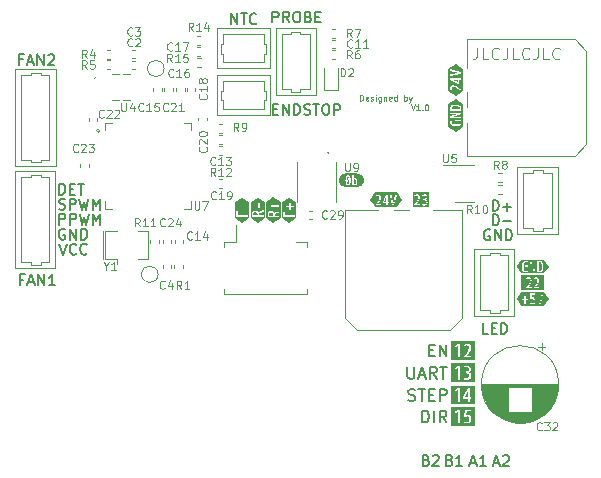
<source format=gbr>
%TF.GenerationSoftware,KiCad,Pcbnew,(6.0.6)*%
%TF.CreationDate,2022-07-03T12:41:07+08:00*%
%TF.ProjectId,Stealthburner_Toolhead_PCB,53746561-6c74-4686-9275-726e65725f54,rev?*%
%TF.SameCoordinates,Original*%
%TF.FileFunction,Legend,Top*%
%TF.FilePolarity,Positive*%
%FSLAX46Y46*%
G04 Gerber Fmt 4.6, Leading zero omitted, Abs format (unit mm)*
G04 Created by KiCad (PCBNEW (6.0.6)) date 2022-07-03 12:41:07*
%MOMM*%
%LPD*%
G01*
G04 APERTURE LIST*
%ADD10C,0.120000*%
%ADD11C,0.150000*%
%ADD12C,0.100000*%
G04 APERTURE END LIST*
D10*
X139668666Y-99375980D02*
X139668666Y-100090266D01*
X139621047Y-100233123D01*
X139525809Y-100328361D01*
X139382952Y-100375980D01*
X139287714Y-100375980D01*
X140621047Y-100375980D02*
X140144857Y-100375980D01*
X140144857Y-99375980D01*
X141525809Y-100280742D02*
X141478190Y-100328361D01*
X141335333Y-100375980D01*
X141240095Y-100375980D01*
X141097238Y-100328361D01*
X141002000Y-100233123D01*
X140954380Y-100137885D01*
X140906761Y-99947409D01*
X140906761Y-99804552D01*
X140954380Y-99614076D01*
X141002000Y-99518838D01*
X141097238Y-99423600D01*
X141240095Y-99375980D01*
X141335333Y-99375980D01*
X141478190Y-99423600D01*
X141525809Y-99471219D01*
X142240095Y-99375980D02*
X142240095Y-100090266D01*
X142192476Y-100233123D01*
X142097238Y-100328361D01*
X141954380Y-100375980D01*
X141859142Y-100375980D01*
X143192476Y-100375980D02*
X142716285Y-100375980D01*
X142716285Y-99375980D01*
X144097238Y-100280742D02*
X144049619Y-100328361D01*
X143906761Y-100375980D01*
X143811523Y-100375980D01*
X143668666Y-100328361D01*
X143573428Y-100233123D01*
X143525809Y-100137885D01*
X143478190Y-99947409D01*
X143478190Y-99804552D01*
X143525809Y-99614076D01*
X143573428Y-99518838D01*
X143668666Y-99423600D01*
X143811523Y-99375980D01*
X143906761Y-99375980D01*
X144049619Y-99423600D01*
X144097238Y-99471219D01*
X144811523Y-99375980D02*
X144811523Y-100090266D01*
X144763904Y-100233123D01*
X144668666Y-100328361D01*
X144525809Y-100375980D01*
X144430571Y-100375980D01*
X145763904Y-100375980D02*
X145287714Y-100375980D01*
X145287714Y-99375980D01*
X146668666Y-100280742D02*
X146621047Y-100328361D01*
X146478190Y-100375980D01*
X146382952Y-100375980D01*
X146240095Y-100328361D01*
X146144857Y-100233123D01*
X146097238Y-100137885D01*
X146049619Y-99947409D01*
X146049619Y-99804552D01*
X146097238Y-99614076D01*
X146144857Y-99518838D01*
X146240095Y-99423600D01*
X146382952Y-99375980D01*
X146478190Y-99375980D01*
X146621047Y-99423600D01*
X146668666Y-99471219D01*
D11*
X104283885Y-113038685D02*
X104412457Y-113081542D01*
X104626742Y-113081542D01*
X104712457Y-113038685D01*
X104755314Y-112995828D01*
X104798171Y-112910114D01*
X104798171Y-112824400D01*
X104755314Y-112738685D01*
X104712457Y-112695828D01*
X104626742Y-112652971D01*
X104455314Y-112610114D01*
X104369600Y-112567257D01*
X104326742Y-112524400D01*
X104283885Y-112438685D01*
X104283885Y-112352971D01*
X104326742Y-112267257D01*
X104369600Y-112224400D01*
X104455314Y-112181542D01*
X104669600Y-112181542D01*
X104798171Y-112224400D01*
X105183885Y-113081542D02*
X105183885Y-112181542D01*
X105526742Y-112181542D01*
X105612457Y-112224400D01*
X105655314Y-112267257D01*
X105698171Y-112352971D01*
X105698171Y-112481542D01*
X105655314Y-112567257D01*
X105612457Y-112610114D01*
X105526742Y-112652971D01*
X105183885Y-112652971D01*
X105998171Y-112181542D02*
X106212457Y-113081542D01*
X106383885Y-112438685D01*
X106555314Y-113081542D01*
X106769600Y-112181542D01*
X107112457Y-113081542D02*
X107112457Y-112181542D01*
X107412457Y-112824400D01*
X107712457Y-112181542D01*
X107712457Y-113081542D01*
X104305314Y-114351542D02*
X104305314Y-113451542D01*
X104648171Y-113451542D01*
X104733885Y-113494400D01*
X104776742Y-113537257D01*
X104819600Y-113622971D01*
X104819600Y-113751542D01*
X104776742Y-113837257D01*
X104733885Y-113880114D01*
X104648171Y-113922971D01*
X104305314Y-113922971D01*
X105205314Y-114351542D02*
X105205314Y-113451542D01*
X105548171Y-113451542D01*
X105633885Y-113494400D01*
X105676742Y-113537257D01*
X105719600Y-113622971D01*
X105719600Y-113751542D01*
X105676742Y-113837257D01*
X105633885Y-113880114D01*
X105548171Y-113922971D01*
X105205314Y-113922971D01*
X106019600Y-113451542D02*
X106233885Y-114351542D01*
X106405314Y-113708685D01*
X106576742Y-114351542D01*
X106791028Y-113451542D01*
X107133885Y-114351542D02*
X107133885Y-113451542D01*
X107433885Y-114094400D01*
X107733885Y-113451542D01*
X107733885Y-114351542D01*
X141089142Y-134516000D02*
X141517714Y-134516000D01*
X141003428Y-134773142D02*
X141303428Y-133873142D01*
X141603428Y-134773142D01*
X141860571Y-133958857D02*
X141903428Y-133916000D01*
X141989142Y-133873142D01*
X142203428Y-133873142D01*
X142289142Y-133916000D01*
X142332000Y-133958857D01*
X142374857Y-134044571D01*
X142374857Y-134130285D01*
X142332000Y-134258857D01*
X141817714Y-134773142D01*
X142374857Y-134773142D01*
X140594628Y-123597142D02*
X140166057Y-123597142D01*
X140166057Y-122697142D01*
X140894628Y-123125714D02*
X141194628Y-123125714D01*
X141323200Y-123597142D02*
X140894628Y-123597142D01*
X140894628Y-122697142D01*
X141323200Y-122697142D01*
X141708914Y-123597142D02*
X141708914Y-122697142D01*
X141923200Y-122697142D01*
X142051771Y-122740000D01*
X142137485Y-122825714D01*
X142180342Y-122911428D01*
X142223200Y-123082857D01*
X142223200Y-123211428D01*
X142180342Y-123382857D01*
X142137485Y-123468571D01*
X142051771Y-123554285D01*
X141923200Y-123597142D01*
X141708914Y-123597142D01*
X122414857Y-104583714D02*
X122714857Y-104583714D01*
X122843428Y-105055142D02*
X122414857Y-105055142D01*
X122414857Y-104155142D01*
X122843428Y-104155142D01*
X123229142Y-105055142D02*
X123229142Y-104155142D01*
X123743428Y-105055142D01*
X123743428Y-104155142D01*
X124172000Y-105055142D02*
X124172000Y-104155142D01*
X124386285Y-104155142D01*
X124514857Y-104198000D01*
X124600571Y-104283714D01*
X124643428Y-104369428D01*
X124686285Y-104540857D01*
X124686285Y-104669428D01*
X124643428Y-104840857D01*
X124600571Y-104926571D01*
X124514857Y-105012285D01*
X124386285Y-105055142D01*
X124172000Y-105055142D01*
X125029142Y-105012285D02*
X125157714Y-105055142D01*
X125372000Y-105055142D01*
X125457714Y-105012285D01*
X125500571Y-104969428D01*
X125543428Y-104883714D01*
X125543428Y-104798000D01*
X125500571Y-104712285D01*
X125457714Y-104669428D01*
X125372000Y-104626571D01*
X125200571Y-104583714D01*
X125114857Y-104540857D01*
X125072000Y-104498000D01*
X125029142Y-104412285D01*
X125029142Y-104326571D01*
X125072000Y-104240857D01*
X125114857Y-104198000D01*
X125200571Y-104155142D01*
X125414857Y-104155142D01*
X125543428Y-104198000D01*
X125800571Y-104155142D02*
X126314857Y-104155142D01*
X126057714Y-105055142D02*
X126057714Y-104155142D01*
X126786285Y-104155142D02*
X126957714Y-104155142D01*
X127043428Y-104198000D01*
X127129142Y-104283714D01*
X127172000Y-104455142D01*
X127172000Y-104755142D01*
X127129142Y-104926571D01*
X127043428Y-105012285D01*
X126957714Y-105055142D01*
X126786285Y-105055142D01*
X126700571Y-105012285D01*
X126614857Y-104926571D01*
X126572000Y-104755142D01*
X126572000Y-104455142D01*
X126614857Y-104283714D01*
X126700571Y-104198000D01*
X126786285Y-104155142D01*
X127557714Y-105055142D02*
X127557714Y-104155142D01*
X127900571Y-104155142D01*
X127986285Y-104198000D01*
X128029142Y-104240857D01*
X128072000Y-104326571D01*
X128072000Y-104455142D01*
X128029142Y-104540857D01*
X127986285Y-104583714D01*
X127900571Y-104626571D01*
X127557714Y-104626571D01*
X139107942Y-134516000D02*
X139536514Y-134516000D01*
X139022228Y-134773142D02*
X139322228Y-133873142D01*
X139622228Y-134773142D01*
X140393657Y-134773142D02*
X139879371Y-134773142D01*
X140136514Y-134773142D02*
X140136514Y-133873142D01*
X140050800Y-134001714D01*
X139965085Y-134087428D01*
X139879371Y-134130285D01*
X137354514Y-134301714D02*
X137483085Y-134344571D01*
X137525942Y-134387428D01*
X137568800Y-134473142D01*
X137568800Y-134601714D01*
X137525942Y-134687428D01*
X137483085Y-134730285D01*
X137397371Y-134773142D01*
X137054514Y-134773142D01*
X137054514Y-133873142D01*
X137354514Y-133873142D01*
X137440228Y-133916000D01*
X137483085Y-133958857D01*
X137525942Y-134044571D01*
X137525942Y-134130285D01*
X137483085Y-134216000D01*
X137440228Y-134258857D01*
X137354514Y-134301714D01*
X137054514Y-134301714D01*
X138425942Y-134773142D02*
X137911657Y-134773142D01*
X138168800Y-134773142D02*
X138168800Y-133873142D01*
X138083085Y-134001714D01*
X137997371Y-134087428D01*
X137911657Y-134130285D01*
D12*
X134061295Y-104170990D02*
X134227961Y-104670990D01*
X134394628Y-104170990D01*
X134823200Y-104670990D02*
X134537485Y-104670990D01*
X134680342Y-104670990D02*
X134680342Y-104170990D01*
X134632723Y-104242419D01*
X134585104Y-104290038D01*
X134537485Y-104313847D01*
X135037485Y-104623371D02*
X135061295Y-104647180D01*
X135037485Y-104670990D01*
X135013676Y-104647180D01*
X135037485Y-104623371D01*
X135037485Y-104670990D01*
X135370819Y-104170990D02*
X135418438Y-104170990D01*
X135466057Y-104194800D01*
X135489866Y-104218609D01*
X135513676Y-104266228D01*
X135537485Y-104361466D01*
X135537485Y-104480514D01*
X135513676Y-104575752D01*
X135489866Y-104623371D01*
X135466057Y-104647180D01*
X135418438Y-104670990D01*
X135370819Y-104670990D01*
X135323200Y-104647180D01*
X135299390Y-104623371D01*
X135275580Y-104575752D01*
X135251771Y-104480514D01*
X135251771Y-104361466D01*
X135275580Y-104266228D01*
X135299390Y-104218609D01*
X135323200Y-104194800D01*
X135370819Y-104170990D01*
D11*
X104311600Y-115991542D02*
X104611600Y-116891542D01*
X104911600Y-115991542D01*
X105725885Y-116805828D02*
X105683028Y-116848685D01*
X105554457Y-116891542D01*
X105468742Y-116891542D01*
X105340171Y-116848685D01*
X105254457Y-116762971D01*
X105211600Y-116677257D01*
X105168742Y-116505828D01*
X105168742Y-116377257D01*
X105211600Y-116205828D01*
X105254457Y-116120114D01*
X105340171Y-116034400D01*
X105468742Y-115991542D01*
X105554457Y-115991542D01*
X105683028Y-116034400D01*
X105725885Y-116077257D01*
X106625885Y-116805828D02*
X106583028Y-116848685D01*
X106454457Y-116891542D01*
X106368742Y-116891542D01*
X106240171Y-116848685D01*
X106154457Y-116762971D01*
X106111600Y-116677257D01*
X106068742Y-116505828D01*
X106068742Y-116377257D01*
X106111600Y-116205828D01*
X106154457Y-116120114D01*
X106240171Y-116034400D01*
X106368742Y-115991542D01*
X106454457Y-115991542D01*
X106583028Y-116034400D01*
X106625885Y-116077257D01*
X122344114Y-97231942D02*
X122344114Y-96331942D01*
X122686971Y-96331942D01*
X122772685Y-96374800D01*
X122815542Y-96417657D01*
X122858400Y-96503371D01*
X122858400Y-96631942D01*
X122815542Y-96717657D01*
X122772685Y-96760514D01*
X122686971Y-96803371D01*
X122344114Y-96803371D01*
X123758400Y-97231942D02*
X123458400Y-96803371D01*
X123244114Y-97231942D02*
X123244114Y-96331942D01*
X123586971Y-96331942D01*
X123672685Y-96374800D01*
X123715542Y-96417657D01*
X123758400Y-96503371D01*
X123758400Y-96631942D01*
X123715542Y-96717657D01*
X123672685Y-96760514D01*
X123586971Y-96803371D01*
X123244114Y-96803371D01*
X124315542Y-96331942D02*
X124486971Y-96331942D01*
X124572685Y-96374800D01*
X124658400Y-96460514D01*
X124701257Y-96631942D01*
X124701257Y-96931942D01*
X124658400Y-97103371D01*
X124572685Y-97189085D01*
X124486971Y-97231942D01*
X124315542Y-97231942D01*
X124229828Y-97189085D01*
X124144114Y-97103371D01*
X124101257Y-96931942D01*
X124101257Y-96631942D01*
X124144114Y-96460514D01*
X124229828Y-96374800D01*
X124315542Y-96331942D01*
X125386971Y-96760514D02*
X125515542Y-96803371D01*
X125558400Y-96846228D01*
X125601257Y-96931942D01*
X125601257Y-97060514D01*
X125558400Y-97146228D01*
X125515542Y-97189085D01*
X125429828Y-97231942D01*
X125086971Y-97231942D01*
X125086971Y-96331942D01*
X125386971Y-96331942D01*
X125472685Y-96374800D01*
X125515542Y-96417657D01*
X125558400Y-96503371D01*
X125558400Y-96589085D01*
X125515542Y-96674800D01*
X125472685Y-96717657D01*
X125386971Y-96760514D01*
X125086971Y-96760514D01*
X125986971Y-96760514D02*
X126286971Y-96760514D01*
X126415542Y-97231942D02*
X125986971Y-97231942D01*
X125986971Y-96331942D01*
X126415542Y-96331942D01*
X133773453Y-126401580D02*
X133773453Y-127211104D01*
X133821072Y-127306342D01*
X133868692Y-127353961D01*
X133963930Y-127401580D01*
X134154406Y-127401580D01*
X134249644Y-127353961D01*
X134297263Y-127306342D01*
X134344882Y-127211104D01*
X134344882Y-126401580D01*
X134773453Y-127115866D02*
X135249644Y-127115866D01*
X134678215Y-127401580D02*
X135011549Y-126401580D01*
X135344882Y-127401580D01*
X136249644Y-127401580D02*
X135916311Y-126925390D01*
X135678215Y-127401580D02*
X135678215Y-126401580D01*
X136059168Y-126401580D01*
X136154406Y-126449200D01*
X136202025Y-126496819D01*
X136249644Y-126592057D01*
X136249644Y-126734914D01*
X136202025Y-126830152D01*
X136154406Y-126877771D01*
X136059168Y-126925390D01*
X135678215Y-126925390D01*
X136535358Y-126401580D02*
X137106787Y-126401580D01*
X136821072Y-127401580D02*
X136821072Y-126401580D01*
X104775085Y-114764400D02*
X104689371Y-114721542D01*
X104560800Y-114721542D01*
X104432228Y-114764400D01*
X104346514Y-114850114D01*
X104303657Y-114935828D01*
X104260800Y-115107257D01*
X104260800Y-115235828D01*
X104303657Y-115407257D01*
X104346514Y-115492971D01*
X104432228Y-115578685D01*
X104560800Y-115621542D01*
X104646514Y-115621542D01*
X104775085Y-115578685D01*
X104817942Y-115535828D01*
X104817942Y-115235828D01*
X104646514Y-115235828D01*
X105203657Y-115621542D02*
X105203657Y-114721542D01*
X105717942Y-115621542D01*
X105717942Y-114721542D01*
X106146514Y-115621542D02*
X106146514Y-114721542D01*
X106360800Y-114721542D01*
X106489371Y-114764400D01*
X106575085Y-114850114D01*
X106617942Y-114935828D01*
X106660800Y-115107257D01*
X106660800Y-115235828D01*
X106617942Y-115407257D01*
X106575085Y-115492971D01*
X106489371Y-115578685D01*
X106360800Y-115621542D01*
X106146514Y-115621542D01*
X135029092Y-131109980D02*
X135029092Y-130109980D01*
X135267187Y-130109980D01*
X135410044Y-130157600D01*
X135505282Y-130252838D01*
X135552901Y-130348076D01*
X135600520Y-130538552D01*
X135600520Y-130681409D01*
X135552901Y-130871885D01*
X135505282Y-130967123D01*
X135410044Y-131062361D01*
X135267187Y-131109980D01*
X135029092Y-131109980D01*
X136029092Y-131109980D02*
X136029092Y-130109980D01*
X137076711Y-131109980D02*
X136743377Y-130633790D01*
X136505282Y-131109980D02*
X136505282Y-130109980D01*
X136886234Y-130109980D01*
X136981472Y-130157600D01*
X137029092Y-130205219D01*
X137076711Y-130300457D01*
X137076711Y-130443314D01*
X137029092Y-130538552D01*
X136981472Y-130586171D01*
X136886234Y-130633790D01*
X136505282Y-130633790D01*
D12*
X129760933Y-103858190D02*
X129760933Y-103358190D01*
X129879980Y-103358190D01*
X129951409Y-103382000D01*
X129999028Y-103429619D01*
X130022838Y-103477238D01*
X130046647Y-103572476D01*
X130046647Y-103643904D01*
X130022838Y-103739142D01*
X129999028Y-103786761D01*
X129951409Y-103834380D01*
X129879980Y-103858190D01*
X129760933Y-103858190D01*
X130451409Y-103834380D02*
X130403790Y-103858190D01*
X130308552Y-103858190D01*
X130260933Y-103834380D01*
X130237123Y-103786761D01*
X130237123Y-103596285D01*
X130260933Y-103548666D01*
X130308552Y-103524857D01*
X130403790Y-103524857D01*
X130451409Y-103548666D01*
X130475219Y-103596285D01*
X130475219Y-103643904D01*
X130237123Y-103691523D01*
X130665695Y-103834380D02*
X130713314Y-103858190D01*
X130808552Y-103858190D01*
X130856171Y-103834380D01*
X130879980Y-103786761D01*
X130879980Y-103762952D01*
X130856171Y-103715333D01*
X130808552Y-103691523D01*
X130737123Y-103691523D01*
X130689504Y-103667714D01*
X130665695Y-103620095D01*
X130665695Y-103596285D01*
X130689504Y-103548666D01*
X130737123Y-103524857D01*
X130808552Y-103524857D01*
X130856171Y-103548666D01*
X131094266Y-103858190D02*
X131094266Y-103524857D01*
X131094266Y-103358190D02*
X131070457Y-103382000D01*
X131094266Y-103405809D01*
X131118076Y-103382000D01*
X131094266Y-103358190D01*
X131094266Y-103405809D01*
X131546647Y-103524857D02*
X131546647Y-103929619D01*
X131522838Y-103977238D01*
X131499028Y-104001047D01*
X131451409Y-104024857D01*
X131379980Y-104024857D01*
X131332361Y-104001047D01*
X131546647Y-103834380D02*
X131499028Y-103858190D01*
X131403790Y-103858190D01*
X131356171Y-103834380D01*
X131332361Y-103810571D01*
X131308552Y-103762952D01*
X131308552Y-103620095D01*
X131332361Y-103572476D01*
X131356171Y-103548666D01*
X131403790Y-103524857D01*
X131499028Y-103524857D01*
X131546647Y-103548666D01*
X131784742Y-103524857D02*
X131784742Y-103858190D01*
X131784742Y-103572476D02*
X131808552Y-103548666D01*
X131856171Y-103524857D01*
X131927600Y-103524857D01*
X131975219Y-103548666D01*
X131999028Y-103596285D01*
X131999028Y-103858190D01*
X132427600Y-103834380D02*
X132379980Y-103858190D01*
X132284742Y-103858190D01*
X132237123Y-103834380D01*
X132213314Y-103786761D01*
X132213314Y-103596285D01*
X132237123Y-103548666D01*
X132284742Y-103524857D01*
X132379980Y-103524857D01*
X132427600Y-103548666D01*
X132451409Y-103596285D01*
X132451409Y-103643904D01*
X132213314Y-103691523D01*
X132879980Y-103858190D02*
X132879980Y-103358190D01*
X132879980Y-103834380D02*
X132832361Y-103858190D01*
X132737123Y-103858190D01*
X132689504Y-103834380D01*
X132665695Y-103810571D01*
X132641885Y-103762952D01*
X132641885Y-103620095D01*
X132665695Y-103572476D01*
X132689504Y-103548666D01*
X132737123Y-103524857D01*
X132832361Y-103524857D01*
X132879980Y-103548666D01*
X133499028Y-103858190D02*
X133499028Y-103358190D01*
X133499028Y-103548666D02*
X133546647Y-103524857D01*
X133641885Y-103524857D01*
X133689504Y-103548666D01*
X133713314Y-103572476D01*
X133737123Y-103620095D01*
X133737123Y-103762952D01*
X133713314Y-103810571D01*
X133689504Y-103834380D01*
X133641885Y-103858190D01*
X133546647Y-103858190D01*
X133499028Y-103834380D01*
X133903790Y-103524857D02*
X134022838Y-103858190D01*
X134141885Y-103524857D02*
X134022838Y-103858190D01*
X133975219Y-103977238D01*
X133951409Y-104001047D01*
X133903790Y-104024857D01*
D11*
X140989942Y-113183142D02*
X140989942Y-112283142D01*
X141204228Y-112283142D01*
X141332800Y-112326000D01*
X141418514Y-112411714D01*
X141461371Y-112497428D01*
X141504228Y-112668857D01*
X141504228Y-112797428D01*
X141461371Y-112968857D01*
X141418514Y-113054571D01*
X141332800Y-113140285D01*
X141204228Y-113183142D01*
X140989942Y-113183142D01*
X141889942Y-112840285D02*
X142575657Y-112840285D01*
X142232800Y-113183142D02*
X142232800Y-112497428D01*
X101204857Y-100367314D02*
X100904857Y-100367314D01*
X100904857Y-100838742D02*
X100904857Y-99938742D01*
X101333428Y-99938742D01*
X101633428Y-100581600D02*
X102062000Y-100581600D01*
X101547714Y-100838742D02*
X101847714Y-99938742D01*
X102147714Y-100838742D01*
X102447714Y-100838742D02*
X102447714Y-99938742D01*
X102962000Y-100838742D01*
X102962000Y-99938742D01*
X103347714Y-100024457D02*
X103390571Y-99981600D01*
X103476285Y-99938742D01*
X103690571Y-99938742D01*
X103776285Y-99981600D01*
X103819142Y-100024457D01*
X103862000Y-100110171D01*
X103862000Y-100195885D01*
X103819142Y-100324457D01*
X103304857Y-100838742D01*
X103862000Y-100838742D01*
X118838000Y-97384342D02*
X118838000Y-96484342D01*
X119352285Y-97384342D01*
X119352285Y-96484342D01*
X119652285Y-96484342D02*
X120166571Y-96484342D01*
X119909428Y-97384342D02*
X119909428Y-96484342D01*
X120980857Y-97298628D02*
X120938000Y-97341485D01*
X120809428Y-97384342D01*
X120723714Y-97384342D01*
X120595142Y-97341485D01*
X120509428Y-97255771D01*
X120466571Y-97170057D01*
X120423714Y-96998628D01*
X120423714Y-96870057D01*
X120466571Y-96698628D01*
X120509428Y-96612914D01*
X120595142Y-96527200D01*
X120723714Y-96484342D01*
X120809428Y-96484342D01*
X120938000Y-96527200D01*
X120980857Y-96570057D01*
X135595796Y-124998171D02*
X135929130Y-124998171D01*
X136071987Y-125521980D02*
X135595796Y-125521980D01*
X135595796Y-124521980D01*
X136071987Y-124521980D01*
X136500558Y-125521980D02*
X136500558Y-124521980D01*
X137071987Y-125521980D01*
X137071987Y-124521980D01*
X135373314Y-134301714D02*
X135501885Y-134344571D01*
X135544742Y-134387428D01*
X135587600Y-134473142D01*
X135587600Y-134601714D01*
X135544742Y-134687428D01*
X135501885Y-134730285D01*
X135416171Y-134773142D01*
X135073314Y-134773142D01*
X135073314Y-133873142D01*
X135373314Y-133873142D01*
X135459028Y-133916000D01*
X135501885Y-133958857D01*
X135544742Y-134044571D01*
X135544742Y-134130285D01*
X135501885Y-134216000D01*
X135459028Y-134258857D01*
X135373314Y-134301714D01*
X135073314Y-134301714D01*
X135930457Y-133958857D02*
X135973314Y-133916000D01*
X136059028Y-133873142D01*
X136273314Y-133873142D01*
X136359028Y-133916000D01*
X136401885Y-133958857D01*
X136444742Y-134044571D01*
X136444742Y-134130285D01*
X136401885Y-134258857D01*
X135887600Y-134773142D01*
X136444742Y-134773142D01*
X104271885Y-111811542D02*
X104271885Y-110911542D01*
X104486171Y-110911542D01*
X104614742Y-110954400D01*
X104700457Y-111040114D01*
X104743314Y-111125828D01*
X104786171Y-111297257D01*
X104786171Y-111425828D01*
X104743314Y-111597257D01*
X104700457Y-111682971D01*
X104614742Y-111768685D01*
X104486171Y-111811542D01*
X104271885Y-111811542D01*
X105171885Y-111340114D02*
X105471885Y-111340114D01*
X105600457Y-111811542D02*
X105171885Y-111811542D01*
X105171885Y-110911542D01*
X105600457Y-110911542D01*
X105857600Y-110911542D02*
X106371885Y-110911542D01*
X106114742Y-111811542D02*
X106114742Y-110911542D01*
X101255657Y-119010914D02*
X100955657Y-119010914D01*
X100955657Y-119482342D02*
X100955657Y-118582342D01*
X101384228Y-118582342D01*
X101684228Y-119225200D02*
X102112800Y-119225200D01*
X101598514Y-119482342D02*
X101898514Y-118582342D01*
X102198514Y-119482342D01*
X102498514Y-119482342D02*
X102498514Y-118582342D01*
X103012800Y-119482342D01*
X103012800Y-118582342D01*
X103912800Y-119482342D02*
X103398514Y-119482342D01*
X103655657Y-119482342D02*
X103655657Y-118582342D01*
X103569942Y-118710914D01*
X103484228Y-118796628D01*
X103398514Y-118839485D01*
X133851244Y-129233561D02*
X133994101Y-129281180D01*
X134232196Y-129281180D01*
X134327434Y-129233561D01*
X134375053Y-129185942D01*
X134422672Y-129090704D01*
X134422672Y-128995466D01*
X134375053Y-128900228D01*
X134327434Y-128852609D01*
X134232196Y-128804990D01*
X134041720Y-128757371D01*
X133946482Y-128709752D01*
X133898863Y-128662133D01*
X133851244Y-128566895D01*
X133851244Y-128471657D01*
X133898863Y-128376419D01*
X133946482Y-128328800D01*
X134041720Y-128281180D01*
X134279815Y-128281180D01*
X134422672Y-128328800D01*
X134708387Y-128281180D02*
X135279815Y-128281180D01*
X134994101Y-129281180D02*
X134994101Y-128281180D01*
X135613149Y-128757371D02*
X135946482Y-128757371D01*
X136089339Y-129281180D02*
X135613149Y-129281180D01*
X135613149Y-128281180D01*
X136089339Y-128281180D01*
X136517911Y-129281180D02*
X136517911Y-128281180D01*
X136898863Y-128281180D01*
X136994101Y-128328800D01*
X137041720Y-128376419D01*
X137089339Y-128471657D01*
X137089339Y-128614514D01*
X137041720Y-128709752D01*
X136994101Y-128757371D01*
X136898863Y-128804990D01*
X136517911Y-128804990D01*
X140741485Y-114815200D02*
X140655771Y-114772342D01*
X140527200Y-114772342D01*
X140398628Y-114815200D01*
X140312914Y-114900914D01*
X140270057Y-114986628D01*
X140227200Y-115158057D01*
X140227200Y-115286628D01*
X140270057Y-115458057D01*
X140312914Y-115543771D01*
X140398628Y-115629485D01*
X140527200Y-115672342D01*
X140612914Y-115672342D01*
X140741485Y-115629485D01*
X140784342Y-115586628D01*
X140784342Y-115286628D01*
X140612914Y-115286628D01*
X141170057Y-115672342D02*
X141170057Y-114772342D01*
X141684342Y-115672342D01*
X141684342Y-114772342D01*
X142112914Y-115672342D02*
X142112914Y-114772342D01*
X142327200Y-114772342D01*
X142455771Y-114815200D01*
X142541485Y-114900914D01*
X142584342Y-114986628D01*
X142627200Y-115158057D01*
X142627200Y-115286628D01*
X142584342Y-115458057D01*
X142541485Y-115543771D01*
X142455771Y-115629485D01*
X142327200Y-115672342D01*
X142112914Y-115672342D01*
X140989942Y-114402342D02*
X140989942Y-113502342D01*
X141204228Y-113502342D01*
X141332800Y-113545200D01*
X141418514Y-113630914D01*
X141461371Y-113716628D01*
X141504228Y-113888057D01*
X141504228Y-114016628D01*
X141461371Y-114188057D01*
X141418514Y-114273771D01*
X141332800Y-114359485D01*
X141204228Y-114402342D01*
X140989942Y-114402342D01*
X141889942Y-114059485D02*
X142575657Y-114059485D01*
D10*
%TO.C,C24*%
X113240400Y-114448400D02*
X113207066Y-114481733D01*
X113107066Y-114515066D01*
X113040400Y-114515066D01*
X112940400Y-114481733D01*
X112873733Y-114415066D01*
X112840400Y-114348400D01*
X112807066Y-114215066D01*
X112807066Y-114115066D01*
X112840400Y-113981733D01*
X112873733Y-113915066D01*
X112940400Y-113848400D01*
X113040400Y-113815066D01*
X113107066Y-113815066D01*
X113207066Y-113848400D01*
X113240400Y-113881733D01*
X113507066Y-113881733D02*
X113540400Y-113848400D01*
X113607066Y-113815066D01*
X113773733Y-113815066D01*
X113840400Y-113848400D01*
X113873733Y-113881733D01*
X113907066Y-113948400D01*
X113907066Y-114015066D01*
X113873733Y-114115066D01*
X113473733Y-114515066D01*
X113907066Y-114515066D01*
X114507066Y-114048400D02*
X114507066Y-114515066D01*
X114340400Y-113781733D02*
X114173733Y-114281733D01*
X114607066Y-114281733D01*
%TO.C,C16*%
X113951600Y-101799200D02*
X113918266Y-101832533D01*
X113818266Y-101865866D01*
X113751600Y-101865866D01*
X113651600Y-101832533D01*
X113584933Y-101765866D01*
X113551600Y-101699200D01*
X113518266Y-101565866D01*
X113518266Y-101465866D01*
X113551600Y-101332533D01*
X113584933Y-101265866D01*
X113651600Y-101199200D01*
X113751600Y-101165866D01*
X113818266Y-101165866D01*
X113918266Y-101199200D01*
X113951600Y-101232533D01*
X114618266Y-101865866D02*
X114218266Y-101865866D01*
X114418266Y-101865866D02*
X114418266Y-101165866D01*
X114351600Y-101265866D01*
X114284933Y-101332533D01*
X114218266Y-101365866D01*
X115218266Y-101165866D02*
X115084933Y-101165866D01*
X115018266Y-101199200D01*
X114984933Y-101232533D01*
X114918266Y-101332533D01*
X114884933Y-101465866D01*
X114884933Y-101732533D01*
X114918266Y-101799200D01*
X114951600Y-101832533D01*
X115018266Y-101865866D01*
X115151600Y-101865866D01*
X115218266Y-101832533D01*
X115251600Y-101799200D01*
X115284933Y-101732533D01*
X115284933Y-101565866D01*
X115251600Y-101499200D01*
X115218266Y-101465866D01*
X115151600Y-101432533D01*
X115018266Y-101432533D01*
X114951600Y-101465866D01*
X114918266Y-101499200D01*
X114884933Y-101565866D01*
%TO.C,U7*%
X115747866Y-112392666D02*
X115747866Y-112959333D01*
X115781200Y-113026000D01*
X115814533Y-113059333D01*
X115881200Y-113092666D01*
X116014533Y-113092666D01*
X116081200Y-113059333D01*
X116114533Y-113026000D01*
X116147866Y-112959333D01*
X116147866Y-112392666D01*
X116414533Y-112392666D02*
X116881200Y-112392666D01*
X116581200Y-113092666D01*
%TO.C,C19*%
X117558400Y-112162400D02*
X117525066Y-112195733D01*
X117425066Y-112229066D01*
X117358400Y-112229066D01*
X117258400Y-112195733D01*
X117191733Y-112129066D01*
X117158400Y-112062400D01*
X117125066Y-111929066D01*
X117125066Y-111829066D01*
X117158400Y-111695733D01*
X117191733Y-111629066D01*
X117258400Y-111562400D01*
X117358400Y-111529066D01*
X117425066Y-111529066D01*
X117525066Y-111562400D01*
X117558400Y-111595733D01*
X118225066Y-112229066D02*
X117825066Y-112229066D01*
X118025066Y-112229066D02*
X118025066Y-111529066D01*
X117958400Y-111629066D01*
X117891733Y-111695733D01*
X117825066Y-111729066D01*
X118558400Y-112229066D02*
X118691733Y-112229066D01*
X118758400Y-112195733D01*
X118791733Y-112162400D01*
X118858400Y-112062400D01*
X118891733Y-111929066D01*
X118891733Y-111662400D01*
X118858400Y-111595733D01*
X118825066Y-111562400D01*
X118758400Y-111529066D01*
X118625066Y-111529066D01*
X118558400Y-111562400D01*
X118525066Y-111595733D01*
X118491733Y-111662400D01*
X118491733Y-111829066D01*
X118525066Y-111895733D01*
X118558400Y-111929066D01*
X118625066Y-111962400D01*
X118758400Y-111962400D01*
X118825066Y-111929066D01*
X118858400Y-111895733D01*
X118891733Y-111829066D01*
%TO.C,U9*%
X128498666Y-109141466D02*
X128498666Y-109708133D01*
X128532000Y-109774800D01*
X128565333Y-109808133D01*
X128632000Y-109841466D01*
X128765333Y-109841466D01*
X128832000Y-109808133D01*
X128865333Y-109774800D01*
X128898666Y-109708133D01*
X128898666Y-109141466D01*
X129265333Y-109841466D02*
X129398666Y-109841466D01*
X129465333Y-109808133D01*
X129498666Y-109774800D01*
X129565333Y-109674800D01*
X129598666Y-109541466D01*
X129598666Y-109274800D01*
X129565333Y-109208133D01*
X129532000Y-109174800D01*
X129465333Y-109141466D01*
X129332000Y-109141466D01*
X129265333Y-109174800D01*
X129232000Y-109208133D01*
X129198666Y-109274800D01*
X129198666Y-109441466D01*
X129232000Y-109508133D01*
X129265333Y-109541466D01*
X129332000Y-109574800D01*
X129465333Y-109574800D01*
X129532000Y-109541466D01*
X129565333Y-109508133D01*
X129598666Y-109441466D01*
%TO.C,R5*%
X106614133Y-101154666D02*
X106380800Y-100821333D01*
X106214133Y-101154666D02*
X106214133Y-100454666D01*
X106480800Y-100454666D01*
X106547466Y-100488000D01*
X106580800Y-100521333D01*
X106614133Y-100588000D01*
X106614133Y-100688000D01*
X106580800Y-100754666D01*
X106547466Y-100788000D01*
X106480800Y-100821333D01*
X106214133Y-100821333D01*
X107247466Y-100454666D02*
X106914133Y-100454666D01*
X106880800Y-100788000D01*
X106914133Y-100754666D01*
X106980800Y-100721333D01*
X107147466Y-100721333D01*
X107214133Y-100754666D01*
X107247466Y-100788000D01*
X107280800Y-100854666D01*
X107280800Y-101021333D01*
X107247466Y-101088000D01*
X107214133Y-101121333D01*
X107147466Y-101154666D01*
X106980800Y-101154666D01*
X106914133Y-101121333D01*
X106880800Y-101088000D01*
%TO.C,C32*%
X145142800Y-131720400D02*
X145109466Y-131753733D01*
X145009466Y-131787066D01*
X144942800Y-131787066D01*
X144842800Y-131753733D01*
X144776133Y-131687066D01*
X144742800Y-131620400D01*
X144709466Y-131487066D01*
X144709466Y-131387066D01*
X144742800Y-131253733D01*
X144776133Y-131187066D01*
X144842800Y-131120400D01*
X144942800Y-131087066D01*
X145009466Y-131087066D01*
X145109466Y-131120400D01*
X145142800Y-131153733D01*
X145376133Y-131087066D02*
X145809466Y-131087066D01*
X145576133Y-131353733D01*
X145676133Y-131353733D01*
X145742800Y-131387066D01*
X145776133Y-131420400D01*
X145809466Y-131487066D01*
X145809466Y-131653733D01*
X145776133Y-131720400D01*
X145742800Y-131753733D01*
X145676133Y-131787066D01*
X145476133Y-131787066D01*
X145409466Y-131753733D01*
X145376133Y-131720400D01*
X146076133Y-131153733D02*
X146109466Y-131120400D01*
X146176133Y-131087066D01*
X146342800Y-131087066D01*
X146409466Y-131120400D01*
X146442800Y-131153733D01*
X146476133Y-131220400D01*
X146476133Y-131287066D01*
X146442800Y-131387066D01*
X146042800Y-131787066D01*
X146476133Y-131787066D01*
%TO.C,C18*%
X116734400Y-103320000D02*
X116767733Y-103353333D01*
X116801066Y-103453333D01*
X116801066Y-103520000D01*
X116767733Y-103620000D01*
X116701066Y-103686666D01*
X116634400Y-103720000D01*
X116501066Y-103753333D01*
X116401066Y-103753333D01*
X116267733Y-103720000D01*
X116201066Y-103686666D01*
X116134400Y-103620000D01*
X116101066Y-103520000D01*
X116101066Y-103453333D01*
X116134400Y-103353333D01*
X116167733Y-103320000D01*
X116801066Y-102653333D02*
X116801066Y-103053333D01*
X116801066Y-102853333D02*
X116101066Y-102853333D01*
X116201066Y-102920000D01*
X116267733Y-102986666D01*
X116301066Y-103053333D01*
X116401066Y-102253333D02*
X116367733Y-102320000D01*
X116334400Y-102353333D01*
X116267733Y-102386666D01*
X116234400Y-102386666D01*
X116167733Y-102353333D01*
X116134400Y-102320000D01*
X116101066Y-102253333D01*
X116101066Y-102120000D01*
X116134400Y-102053333D01*
X116167733Y-102020000D01*
X116234400Y-101986666D01*
X116267733Y-101986666D01*
X116334400Y-102020000D01*
X116367733Y-102053333D01*
X116401066Y-102120000D01*
X116401066Y-102253333D01*
X116434400Y-102320000D01*
X116467733Y-102353333D01*
X116534400Y-102386666D01*
X116667733Y-102386666D01*
X116734400Y-102353333D01*
X116767733Y-102320000D01*
X116801066Y-102253333D01*
X116801066Y-102120000D01*
X116767733Y-102053333D01*
X116734400Y-102020000D01*
X116667733Y-101986666D01*
X116534400Y-101986666D01*
X116467733Y-102020000D01*
X116434400Y-102053333D01*
X116401066Y-102120000D01*
%TO.C,R14*%
X115639600Y-97952666D02*
X115406266Y-97619333D01*
X115239600Y-97952666D02*
X115239600Y-97252666D01*
X115506266Y-97252666D01*
X115572933Y-97286000D01*
X115606266Y-97319333D01*
X115639600Y-97386000D01*
X115639600Y-97486000D01*
X115606266Y-97552666D01*
X115572933Y-97586000D01*
X115506266Y-97619333D01*
X115239600Y-97619333D01*
X116306266Y-97952666D02*
X115906266Y-97952666D01*
X116106266Y-97952666D02*
X116106266Y-97252666D01*
X116039600Y-97352666D01*
X115972933Y-97419333D01*
X115906266Y-97452666D01*
X116906266Y-97486000D02*
X116906266Y-97952666D01*
X116739600Y-97219333D02*
X116572933Y-97719333D01*
X117006266Y-97719333D01*
%TO.C,R7*%
X129067733Y-98462266D02*
X128834400Y-98128933D01*
X128667733Y-98462266D02*
X128667733Y-97762266D01*
X128934400Y-97762266D01*
X129001066Y-97795600D01*
X129034400Y-97828933D01*
X129067733Y-97895600D01*
X129067733Y-97995600D01*
X129034400Y-98062266D01*
X129001066Y-98095600D01*
X128934400Y-98128933D01*
X128667733Y-98128933D01*
X129301066Y-97762266D02*
X129767733Y-97762266D01*
X129467733Y-98462266D01*
%TO.C,C15*%
X111411600Y-104694800D02*
X111378266Y-104728133D01*
X111278266Y-104761466D01*
X111211600Y-104761466D01*
X111111600Y-104728133D01*
X111044933Y-104661466D01*
X111011600Y-104594800D01*
X110978266Y-104461466D01*
X110978266Y-104361466D01*
X111011600Y-104228133D01*
X111044933Y-104161466D01*
X111111600Y-104094800D01*
X111211600Y-104061466D01*
X111278266Y-104061466D01*
X111378266Y-104094800D01*
X111411600Y-104128133D01*
X112078266Y-104761466D02*
X111678266Y-104761466D01*
X111878266Y-104761466D02*
X111878266Y-104061466D01*
X111811600Y-104161466D01*
X111744933Y-104228133D01*
X111678266Y-104261466D01*
X112711600Y-104061466D02*
X112378266Y-104061466D01*
X112344933Y-104394800D01*
X112378266Y-104361466D01*
X112444933Y-104328133D01*
X112611600Y-104328133D01*
X112678266Y-104361466D01*
X112711600Y-104394800D01*
X112744933Y-104461466D01*
X112744933Y-104628133D01*
X112711600Y-104694800D01*
X112678266Y-104728133D01*
X112611600Y-104761466D01*
X112444933Y-104761466D01*
X112378266Y-104728133D01*
X112344933Y-104694800D01*
%TO.C,C23*%
X105874400Y-108149200D02*
X105841066Y-108182533D01*
X105741066Y-108215866D01*
X105674400Y-108215866D01*
X105574400Y-108182533D01*
X105507733Y-108115866D01*
X105474400Y-108049200D01*
X105441066Y-107915866D01*
X105441066Y-107815866D01*
X105474400Y-107682533D01*
X105507733Y-107615866D01*
X105574400Y-107549200D01*
X105674400Y-107515866D01*
X105741066Y-107515866D01*
X105841066Y-107549200D01*
X105874400Y-107582533D01*
X106141066Y-107582533D02*
X106174400Y-107549200D01*
X106241066Y-107515866D01*
X106407733Y-107515866D01*
X106474400Y-107549200D01*
X106507733Y-107582533D01*
X106541066Y-107649200D01*
X106541066Y-107715866D01*
X106507733Y-107815866D01*
X106107733Y-108215866D01*
X106541066Y-108215866D01*
X106774400Y-107515866D02*
X107207733Y-107515866D01*
X106974400Y-107782533D01*
X107074400Y-107782533D01*
X107141066Y-107815866D01*
X107174400Y-107849200D01*
X107207733Y-107915866D01*
X107207733Y-108082533D01*
X107174400Y-108149200D01*
X107141066Y-108182533D01*
X107074400Y-108215866D01*
X106874400Y-108215866D01*
X106807733Y-108182533D01*
X106774400Y-108149200D01*
%TO.C,D2*%
X128108933Y-101815066D02*
X128108933Y-101115066D01*
X128275600Y-101115066D01*
X128375600Y-101148400D01*
X128442266Y-101215066D01*
X128475600Y-101281733D01*
X128508933Y-101415066D01*
X128508933Y-101515066D01*
X128475600Y-101648400D01*
X128442266Y-101715066D01*
X128375600Y-101781733D01*
X128275600Y-101815066D01*
X128108933Y-101815066D01*
X128775600Y-101181733D02*
X128808933Y-101148400D01*
X128875600Y-101115066D01*
X129042266Y-101115066D01*
X129108933Y-101148400D01*
X129142266Y-101181733D01*
X129175600Y-101248400D01*
X129175600Y-101315066D01*
X129142266Y-101415066D01*
X128742266Y-101815066D01*
X129175600Y-101815066D01*
%TO.C,R12*%
X117507600Y-110247866D02*
X117274266Y-109914533D01*
X117107600Y-110247866D02*
X117107600Y-109547866D01*
X117374266Y-109547866D01*
X117440933Y-109581200D01*
X117474266Y-109614533D01*
X117507600Y-109681200D01*
X117507600Y-109781200D01*
X117474266Y-109847866D01*
X117440933Y-109881200D01*
X117374266Y-109914533D01*
X117107600Y-109914533D01*
X118174266Y-110247866D02*
X117774266Y-110247866D01*
X117974266Y-110247866D02*
X117974266Y-109547866D01*
X117907600Y-109647866D01*
X117840933Y-109714533D01*
X117774266Y-109747866D01*
X118440933Y-109614533D02*
X118474266Y-109581200D01*
X118540933Y-109547866D01*
X118707600Y-109547866D01*
X118774266Y-109581200D01*
X118807600Y-109614533D01*
X118840933Y-109681200D01*
X118840933Y-109747866D01*
X118807600Y-109847866D01*
X118407600Y-110247866D01*
X118840933Y-110247866D01*
%TO.C,C4*%
X113218133Y-119731600D02*
X113184800Y-119764933D01*
X113084800Y-119798266D01*
X113018133Y-119798266D01*
X112918133Y-119764933D01*
X112851466Y-119698266D01*
X112818133Y-119631600D01*
X112784800Y-119498266D01*
X112784800Y-119398266D01*
X112818133Y-119264933D01*
X112851466Y-119198266D01*
X112918133Y-119131600D01*
X113018133Y-119098266D01*
X113084800Y-119098266D01*
X113184800Y-119131600D01*
X113218133Y-119164933D01*
X113818133Y-119331600D02*
X113818133Y-119798266D01*
X113651466Y-119064933D02*
X113484800Y-119564933D01*
X113918133Y-119564933D01*
%TO.C,C29*%
X126956400Y-113788000D02*
X126923066Y-113821333D01*
X126823066Y-113854666D01*
X126756400Y-113854666D01*
X126656400Y-113821333D01*
X126589733Y-113754666D01*
X126556400Y-113688000D01*
X126523066Y-113554666D01*
X126523066Y-113454666D01*
X126556400Y-113321333D01*
X126589733Y-113254666D01*
X126656400Y-113188000D01*
X126756400Y-113154666D01*
X126823066Y-113154666D01*
X126923066Y-113188000D01*
X126956400Y-113221333D01*
X127223066Y-113221333D02*
X127256400Y-113188000D01*
X127323066Y-113154666D01*
X127489733Y-113154666D01*
X127556400Y-113188000D01*
X127589733Y-113221333D01*
X127623066Y-113288000D01*
X127623066Y-113354666D01*
X127589733Y-113454666D01*
X127189733Y-113854666D01*
X127623066Y-113854666D01*
X127956400Y-113854666D02*
X128089733Y-113854666D01*
X128156400Y-113821333D01*
X128189733Y-113788000D01*
X128256400Y-113688000D01*
X128289733Y-113554666D01*
X128289733Y-113288000D01*
X128256400Y-113221333D01*
X128223066Y-113188000D01*
X128156400Y-113154666D01*
X128023066Y-113154666D01*
X127956400Y-113188000D01*
X127923066Y-113221333D01*
X127889733Y-113288000D01*
X127889733Y-113454666D01*
X127923066Y-113521333D01*
X127956400Y-113554666D01*
X128023066Y-113588000D01*
X128156400Y-113588000D01*
X128223066Y-113554666D01*
X128256400Y-113521333D01*
X128289733Y-113454666D01*
%TO.C,C13*%
X117507600Y-109266800D02*
X117474266Y-109300133D01*
X117374266Y-109333466D01*
X117307600Y-109333466D01*
X117207600Y-109300133D01*
X117140933Y-109233466D01*
X117107600Y-109166800D01*
X117074266Y-109033466D01*
X117074266Y-108933466D01*
X117107600Y-108800133D01*
X117140933Y-108733466D01*
X117207600Y-108666800D01*
X117307600Y-108633466D01*
X117374266Y-108633466D01*
X117474266Y-108666800D01*
X117507600Y-108700133D01*
X118174266Y-109333466D02*
X117774266Y-109333466D01*
X117974266Y-109333466D02*
X117974266Y-108633466D01*
X117907600Y-108733466D01*
X117840933Y-108800133D01*
X117774266Y-108833466D01*
X118407600Y-108633466D02*
X118840933Y-108633466D01*
X118607600Y-108900133D01*
X118707600Y-108900133D01*
X118774266Y-108933466D01*
X118807600Y-108966800D01*
X118840933Y-109033466D01*
X118840933Y-109200133D01*
X118807600Y-109266800D01*
X118774266Y-109300133D01*
X118707600Y-109333466D01*
X118507600Y-109333466D01*
X118440933Y-109300133D01*
X118407600Y-109266800D01*
%TO.C,R4*%
X106614133Y-100240266D02*
X106380800Y-99906933D01*
X106214133Y-100240266D02*
X106214133Y-99540266D01*
X106480800Y-99540266D01*
X106547466Y-99573600D01*
X106580800Y-99606933D01*
X106614133Y-99673600D01*
X106614133Y-99773600D01*
X106580800Y-99840266D01*
X106547466Y-99873600D01*
X106480800Y-99906933D01*
X106214133Y-99906933D01*
X107214133Y-99773600D02*
X107214133Y-100240266D01*
X107047466Y-99506933D02*
X106880800Y-100006933D01*
X107314133Y-100006933D01*
%TO.C,R11*%
X111106800Y-114515066D02*
X110873466Y-114181733D01*
X110706800Y-114515066D02*
X110706800Y-113815066D01*
X110973466Y-113815066D01*
X111040133Y-113848400D01*
X111073466Y-113881733D01*
X111106800Y-113948400D01*
X111106800Y-114048400D01*
X111073466Y-114115066D01*
X111040133Y-114148400D01*
X110973466Y-114181733D01*
X110706800Y-114181733D01*
X111773466Y-114515066D02*
X111373466Y-114515066D01*
X111573466Y-114515066D02*
X111573466Y-113815066D01*
X111506800Y-113915066D01*
X111440133Y-113981733D01*
X111373466Y-114015066D01*
X112440133Y-114515066D02*
X112040133Y-114515066D01*
X112240133Y-114515066D02*
X112240133Y-113815066D01*
X112173466Y-113915066D01*
X112106800Y-113981733D01*
X112040133Y-114015066D01*
%TO.C,R8*%
X141513733Y-109638266D02*
X141280400Y-109304933D01*
X141113733Y-109638266D02*
X141113733Y-108938266D01*
X141380400Y-108938266D01*
X141447066Y-108971600D01*
X141480400Y-109004933D01*
X141513733Y-109071600D01*
X141513733Y-109171600D01*
X141480400Y-109238266D01*
X141447066Y-109271600D01*
X141380400Y-109304933D01*
X141113733Y-109304933D01*
X141913733Y-109238266D02*
X141847066Y-109204933D01*
X141813733Y-109171600D01*
X141780400Y-109104933D01*
X141780400Y-109071600D01*
X141813733Y-109004933D01*
X141847066Y-108971600D01*
X141913733Y-108938266D01*
X142047066Y-108938266D01*
X142113733Y-108971600D01*
X142147066Y-109004933D01*
X142180400Y-109071600D01*
X142180400Y-109104933D01*
X142147066Y-109171600D01*
X142113733Y-109204933D01*
X142047066Y-109238266D01*
X141913733Y-109238266D01*
X141847066Y-109271600D01*
X141813733Y-109304933D01*
X141780400Y-109371600D01*
X141780400Y-109504933D01*
X141813733Y-109571600D01*
X141847066Y-109604933D01*
X141913733Y-109638266D01*
X142047066Y-109638266D01*
X142113733Y-109604933D01*
X142147066Y-109571600D01*
X142180400Y-109504933D01*
X142180400Y-109371600D01*
X142147066Y-109304933D01*
X142113733Y-109271600D01*
X142047066Y-109238266D01*
%TO.C,Y1*%
X108277066Y-117890133D02*
X108277066Y-118223466D01*
X108043733Y-117523466D02*
X108277066Y-117890133D01*
X108510400Y-117523466D01*
X109110400Y-118223466D02*
X108710400Y-118223466D01*
X108910400Y-118223466D02*
X108910400Y-117523466D01*
X108843733Y-117623466D01*
X108777066Y-117690133D01*
X108710400Y-117723466D01*
%TO.C,R6*%
X129067733Y-100291066D02*
X128834400Y-99957733D01*
X128667733Y-100291066D02*
X128667733Y-99591066D01*
X128934400Y-99591066D01*
X129001066Y-99624400D01*
X129034400Y-99657733D01*
X129067733Y-99724400D01*
X129067733Y-99824400D01*
X129034400Y-99891066D01*
X129001066Y-99924400D01*
X128934400Y-99957733D01*
X128667733Y-99957733D01*
X129667733Y-99591066D02*
X129534400Y-99591066D01*
X129467733Y-99624400D01*
X129434400Y-99657733D01*
X129367733Y-99757733D01*
X129334400Y-99891066D01*
X129334400Y-100157733D01*
X129367733Y-100224400D01*
X129401066Y-100257733D01*
X129467733Y-100291066D01*
X129601066Y-100291066D01*
X129667733Y-100257733D01*
X129701066Y-100224400D01*
X129734400Y-100157733D01*
X129734400Y-99991066D01*
X129701066Y-99924400D01*
X129667733Y-99891066D01*
X129601066Y-99857733D01*
X129467733Y-99857733D01*
X129401066Y-99891066D01*
X129367733Y-99924400D01*
X129334400Y-99991066D01*
%TO.C,C17*%
X113850000Y-99564000D02*
X113816666Y-99597333D01*
X113716666Y-99630666D01*
X113650000Y-99630666D01*
X113550000Y-99597333D01*
X113483333Y-99530666D01*
X113450000Y-99464000D01*
X113416666Y-99330666D01*
X113416666Y-99230666D01*
X113450000Y-99097333D01*
X113483333Y-99030666D01*
X113550000Y-98964000D01*
X113650000Y-98930666D01*
X113716666Y-98930666D01*
X113816666Y-98964000D01*
X113850000Y-98997333D01*
X114516666Y-99630666D02*
X114116666Y-99630666D01*
X114316666Y-99630666D02*
X114316666Y-98930666D01*
X114250000Y-99030666D01*
X114183333Y-99097333D01*
X114116666Y-99130666D01*
X114750000Y-98930666D02*
X115216666Y-98930666D01*
X114916666Y-99630666D01*
%TO.C,R10*%
X139199200Y-113397466D02*
X138965866Y-113064133D01*
X138799200Y-113397466D02*
X138799200Y-112697466D01*
X139065866Y-112697466D01*
X139132533Y-112730800D01*
X139165866Y-112764133D01*
X139199200Y-112830800D01*
X139199200Y-112930800D01*
X139165866Y-112997466D01*
X139132533Y-113030800D01*
X139065866Y-113064133D01*
X138799200Y-113064133D01*
X139865866Y-113397466D02*
X139465866Y-113397466D01*
X139665866Y-113397466D02*
X139665866Y-112697466D01*
X139599200Y-112797466D01*
X139532533Y-112864133D01*
X139465866Y-112897466D01*
X140299200Y-112697466D02*
X140365866Y-112697466D01*
X140432533Y-112730800D01*
X140465866Y-112764133D01*
X140499200Y-112830800D01*
X140532533Y-112964133D01*
X140532533Y-113130800D01*
X140499200Y-113264133D01*
X140465866Y-113330800D01*
X140432533Y-113364133D01*
X140365866Y-113397466D01*
X140299200Y-113397466D01*
X140232533Y-113364133D01*
X140199200Y-113330800D01*
X140165866Y-113264133D01*
X140132533Y-113130800D01*
X140132533Y-112964133D01*
X140165866Y-112830800D01*
X140199200Y-112764133D01*
X140232533Y-112730800D01*
X140299200Y-112697466D01*
%TO.C,C21*%
X113494400Y-104694800D02*
X113461066Y-104728133D01*
X113361066Y-104761466D01*
X113294400Y-104761466D01*
X113194400Y-104728133D01*
X113127733Y-104661466D01*
X113094400Y-104594800D01*
X113061066Y-104461466D01*
X113061066Y-104361466D01*
X113094400Y-104228133D01*
X113127733Y-104161466D01*
X113194400Y-104094800D01*
X113294400Y-104061466D01*
X113361066Y-104061466D01*
X113461066Y-104094800D01*
X113494400Y-104128133D01*
X113761066Y-104128133D02*
X113794400Y-104094800D01*
X113861066Y-104061466D01*
X114027733Y-104061466D01*
X114094400Y-104094800D01*
X114127733Y-104128133D01*
X114161066Y-104194800D01*
X114161066Y-104261466D01*
X114127733Y-104361466D01*
X113727733Y-104761466D01*
X114161066Y-104761466D01*
X114827733Y-104761466D02*
X114427733Y-104761466D01*
X114627733Y-104761466D02*
X114627733Y-104061466D01*
X114561066Y-104161466D01*
X114494400Y-104228133D01*
X114427733Y-104261466D01*
%TO.C,C20*%
X116734400Y-107790400D02*
X116767733Y-107823733D01*
X116801066Y-107923733D01*
X116801066Y-107990400D01*
X116767733Y-108090400D01*
X116701066Y-108157066D01*
X116634400Y-108190400D01*
X116501066Y-108223733D01*
X116401066Y-108223733D01*
X116267733Y-108190400D01*
X116201066Y-108157066D01*
X116134400Y-108090400D01*
X116101066Y-107990400D01*
X116101066Y-107923733D01*
X116134400Y-107823733D01*
X116167733Y-107790400D01*
X116167733Y-107523733D02*
X116134400Y-107490400D01*
X116101066Y-107423733D01*
X116101066Y-107257066D01*
X116134400Y-107190400D01*
X116167733Y-107157066D01*
X116234400Y-107123733D01*
X116301066Y-107123733D01*
X116401066Y-107157066D01*
X116801066Y-107557066D01*
X116801066Y-107123733D01*
X116101066Y-106690400D02*
X116101066Y-106623733D01*
X116134400Y-106557066D01*
X116167733Y-106523733D01*
X116234400Y-106490400D01*
X116367733Y-106457066D01*
X116534400Y-106457066D01*
X116667733Y-106490400D01*
X116734400Y-106523733D01*
X116767733Y-106557066D01*
X116801066Y-106623733D01*
X116801066Y-106690400D01*
X116767733Y-106757066D01*
X116734400Y-106790400D01*
X116667733Y-106823733D01*
X116534400Y-106857066D01*
X116367733Y-106857066D01*
X116234400Y-106823733D01*
X116167733Y-106790400D01*
X116134400Y-106757066D01*
X116101066Y-106690400D01*
%TO.C,U4*%
X109550266Y-104061466D02*
X109550266Y-104628133D01*
X109583600Y-104694800D01*
X109616933Y-104728133D01*
X109683600Y-104761466D01*
X109816933Y-104761466D01*
X109883600Y-104728133D01*
X109916933Y-104694800D01*
X109950266Y-104628133D01*
X109950266Y-104061466D01*
X110583600Y-104294800D02*
X110583600Y-104761466D01*
X110416933Y-104028133D02*
X110250266Y-104528133D01*
X110683600Y-104528133D01*
%TO.C,R15*%
X113850000Y-100595866D02*
X113616666Y-100262533D01*
X113450000Y-100595866D02*
X113450000Y-99895866D01*
X113716666Y-99895866D01*
X113783333Y-99929200D01*
X113816666Y-99962533D01*
X113850000Y-100029200D01*
X113850000Y-100129200D01*
X113816666Y-100195866D01*
X113783333Y-100229200D01*
X113716666Y-100262533D01*
X113450000Y-100262533D01*
X114516666Y-100595866D02*
X114116666Y-100595866D01*
X114316666Y-100595866D02*
X114316666Y-99895866D01*
X114250000Y-99995866D01*
X114183333Y-100062533D01*
X114116666Y-100095866D01*
X115150000Y-99895866D02*
X114816666Y-99895866D01*
X114783333Y-100229200D01*
X114816666Y-100195866D01*
X114883333Y-100162533D01*
X115050000Y-100162533D01*
X115116666Y-100195866D01*
X115150000Y-100229200D01*
X115183333Y-100295866D01*
X115183333Y-100462533D01*
X115150000Y-100529200D01*
X115116666Y-100562533D01*
X115050000Y-100595866D01*
X114883333Y-100595866D01*
X114816666Y-100562533D01*
X114783333Y-100529200D01*
%TO.C,C3*%
X110474933Y-98294000D02*
X110441600Y-98327333D01*
X110341600Y-98360666D01*
X110274933Y-98360666D01*
X110174933Y-98327333D01*
X110108266Y-98260666D01*
X110074933Y-98194000D01*
X110041600Y-98060666D01*
X110041600Y-97960666D01*
X110074933Y-97827333D01*
X110108266Y-97760666D01*
X110174933Y-97694000D01*
X110274933Y-97660666D01*
X110341600Y-97660666D01*
X110441600Y-97694000D01*
X110474933Y-97727333D01*
X110708266Y-97660666D02*
X111141600Y-97660666D01*
X110908266Y-97927333D01*
X111008266Y-97927333D01*
X111074933Y-97960666D01*
X111108266Y-97994000D01*
X111141600Y-98060666D01*
X111141600Y-98227333D01*
X111108266Y-98294000D01*
X111074933Y-98327333D01*
X111008266Y-98360666D01*
X110808266Y-98360666D01*
X110741600Y-98327333D01*
X110708266Y-98294000D01*
%TO.C,C11*%
X129090000Y-99310000D02*
X129056666Y-99343333D01*
X128956666Y-99376666D01*
X128890000Y-99376666D01*
X128790000Y-99343333D01*
X128723333Y-99276666D01*
X128690000Y-99210000D01*
X128656666Y-99076666D01*
X128656666Y-98976666D01*
X128690000Y-98843333D01*
X128723333Y-98776666D01*
X128790000Y-98710000D01*
X128890000Y-98676666D01*
X128956666Y-98676666D01*
X129056666Y-98710000D01*
X129090000Y-98743333D01*
X129756666Y-99376666D02*
X129356666Y-99376666D01*
X129556666Y-99376666D02*
X129556666Y-98676666D01*
X129490000Y-98776666D01*
X129423333Y-98843333D01*
X129356666Y-98876666D01*
X130423333Y-99376666D02*
X130023333Y-99376666D01*
X130223333Y-99376666D02*
X130223333Y-98676666D01*
X130156666Y-98776666D01*
X130090000Y-98843333D01*
X130023333Y-98876666D01*
%TO.C,C22*%
X108058800Y-105253600D02*
X108025466Y-105286933D01*
X107925466Y-105320266D01*
X107858800Y-105320266D01*
X107758800Y-105286933D01*
X107692133Y-105220266D01*
X107658800Y-105153600D01*
X107625466Y-105020266D01*
X107625466Y-104920266D01*
X107658800Y-104786933D01*
X107692133Y-104720266D01*
X107758800Y-104653600D01*
X107858800Y-104620266D01*
X107925466Y-104620266D01*
X108025466Y-104653600D01*
X108058800Y-104686933D01*
X108325466Y-104686933D02*
X108358800Y-104653600D01*
X108425466Y-104620266D01*
X108592133Y-104620266D01*
X108658800Y-104653600D01*
X108692133Y-104686933D01*
X108725466Y-104753600D01*
X108725466Y-104820266D01*
X108692133Y-104920266D01*
X108292133Y-105320266D01*
X108725466Y-105320266D01*
X108992133Y-104686933D02*
X109025466Y-104653600D01*
X109092133Y-104620266D01*
X109258800Y-104620266D01*
X109325466Y-104653600D01*
X109358800Y-104686933D01*
X109392133Y-104753600D01*
X109392133Y-104820266D01*
X109358800Y-104920266D01*
X108958800Y-105320266D01*
X109392133Y-105320266D01*
%TO.C,U5*%
X136779066Y-108379466D02*
X136779066Y-108946133D01*
X136812400Y-109012800D01*
X136845733Y-109046133D01*
X136912400Y-109079466D01*
X137045733Y-109079466D01*
X137112400Y-109046133D01*
X137145733Y-109012800D01*
X137179066Y-108946133D01*
X137179066Y-108379466D01*
X137845733Y-108379466D02*
X137512400Y-108379466D01*
X137479066Y-108712800D01*
X137512400Y-108679466D01*
X137579066Y-108646133D01*
X137745733Y-108646133D01*
X137812400Y-108679466D01*
X137845733Y-108712800D01*
X137879066Y-108779466D01*
X137879066Y-108946133D01*
X137845733Y-109012800D01*
X137812400Y-109046133D01*
X137745733Y-109079466D01*
X137579066Y-109079466D01*
X137512400Y-109046133D01*
X137479066Y-109012800D01*
%TO.C,R1*%
X114640533Y-119798266D02*
X114407200Y-119464933D01*
X114240533Y-119798266D02*
X114240533Y-119098266D01*
X114507200Y-119098266D01*
X114573866Y-119131600D01*
X114607200Y-119164933D01*
X114640533Y-119231600D01*
X114640533Y-119331600D01*
X114607200Y-119398266D01*
X114573866Y-119431600D01*
X114507200Y-119464933D01*
X114240533Y-119464933D01*
X115307200Y-119798266D02*
X114907200Y-119798266D01*
X115107200Y-119798266D02*
X115107200Y-119098266D01*
X115040533Y-119198266D01*
X114973866Y-119264933D01*
X114907200Y-119298266D01*
%TO.C,C2*%
X110474933Y-99208400D02*
X110441600Y-99241733D01*
X110341600Y-99275066D01*
X110274933Y-99275066D01*
X110174933Y-99241733D01*
X110108266Y-99175066D01*
X110074933Y-99108400D01*
X110041600Y-98975066D01*
X110041600Y-98875066D01*
X110074933Y-98741733D01*
X110108266Y-98675066D01*
X110174933Y-98608400D01*
X110274933Y-98575066D01*
X110341600Y-98575066D01*
X110441600Y-98608400D01*
X110474933Y-98641733D01*
X110741600Y-98641733D02*
X110774933Y-98608400D01*
X110841600Y-98575066D01*
X111008266Y-98575066D01*
X111074933Y-98608400D01*
X111108266Y-98641733D01*
X111141600Y-98708400D01*
X111141600Y-98775066D01*
X111108266Y-98875066D01*
X110708266Y-99275066D01*
X111141600Y-99275066D01*
%TO.C,C14*%
X115528000Y-115562800D02*
X115494666Y-115596133D01*
X115394666Y-115629466D01*
X115328000Y-115629466D01*
X115228000Y-115596133D01*
X115161333Y-115529466D01*
X115128000Y-115462800D01*
X115094666Y-115329466D01*
X115094666Y-115229466D01*
X115128000Y-115096133D01*
X115161333Y-115029466D01*
X115228000Y-114962800D01*
X115328000Y-114929466D01*
X115394666Y-114929466D01*
X115494666Y-114962800D01*
X115528000Y-114996133D01*
X116194666Y-115629466D02*
X115794666Y-115629466D01*
X115994666Y-115629466D02*
X115994666Y-114929466D01*
X115928000Y-115029466D01*
X115861333Y-115096133D01*
X115794666Y-115129466D01*
X116794666Y-115162800D02*
X116794666Y-115629466D01*
X116628000Y-114896133D02*
X116461333Y-115396133D01*
X116894666Y-115396133D01*
%TO.C,R9*%
X119466533Y-106437866D02*
X119233200Y-106104533D01*
X119066533Y-106437866D02*
X119066533Y-105737866D01*
X119333200Y-105737866D01*
X119399866Y-105771200D01*
X119433200Y-105804533D01*
X119466533Y-105871200D01*
X119466533Y-105971200D01*
X119433200Y-106037866D01*
X119399866Y-106071200D01*
X119333200Y-106104533D01*
X119066533Y-106104533D01*
X119799866Y-106437866D02*
X119933200Y-106437866D01*
X119999866Y-106404533D01*
X120033200Y-106371200D01*
X120099866Y-106271200D01*
X120133200Y-106137866D01*
X120133200Y-105871200D01*
X120099866Y-105804533D01*
X120066533Y-105771200D01*
X119999866Y-105737866D01*
X119866533Y-105737866D01*
X119799866Y-105771200D01*
X119766533Y-105804533D01*
X119733200Y-105871200D01*
X119733200Y-106037866D01*
X119766533Y-106104533D01*
X119799866Y-106137866D01*
X119866533Y-106171200D01*
X119999866Y-106171200D01*
X120066533Y-106137866D01*
X120099866Y-106104533D01*
X120133200Y-106037866D01*
%TO.C,C24*%
X113794800Y-115668564D02*
X113794800Y-115884236D01*
X113074800Y-115668564D02*
X113074800Y-115884236D01*
%TO.C,C16*%
X114914000Y-103028636D02*
X114914000Y-102812964D01*
X114194000Y-103028636D02*
X114194000Y-102812964D01*
%TO.C,J4*%
X118178400Y-102185200D02*
X119903400Y-102185200D01*
X119903400Y-104585200D02*
X118178400Y-104585200D01*
X117978400Y-103835200D02*
X117978400Y-103035200D01*
X121828400Y-103035200D02*
X121628400Y-103035200D01*
X117668400Y-105095200D02*
X122138400Y-105095200D01*
X121828400Y-103835200D02*
X121828400Y-103035200D01*
X117978400Y-103035200D02*
X118178400Y-103035200D01*
X119903400Y-104585200D02*
X121628400Y-104585200D01*
X121628400Y-103835200D02*
X121828400Y-103835200D01*
X118178400Y-103035200D02*
X118178400Y-102185200D01*
X122138400Y-101675200D02*
X117668400Y-101675200D01*
X118178400Y-104585200D02*
X118178400Y-103835200D01*
X122138400Y-105095200D02*
X122138400Y-101675200D01*
X121628400Y-102185200D02*
X119903400Y-102185200D01*
X121628400Y-103035200D02*
X121628400Y-102185200D01*
X121628400Y-104585200D02*
X121628400Y-103835200D01*
X118178400Y-103835200D02*
X117978400Y-103835200D01*
X117668400Y-101675200D02*
X117668400Y-105095200D01*
%TO.C,U7*%
X108178600Y-112394365D02*
X108178600Y-113004600D01*
X115443000Y-113004600D02*
X115443000Y-112394365D01*
X108178600Y-105740200D02*
X108178600Y-106350435D01*
X115443000Y-105740200D02*
X114832765Y-105740200D01*
X114832765Y-113004600D02*
X115443000Y-113004600D01*
X115443000Y-106350435D02*
X115443000Y-105740200D01*
X108788835Y-105740200D02*
X108178600Y-105740200D01*
X108178600Y-113004600D02*
X108788835Y-113004600D01*
X107738084Y-106426000D02*
G75*
G03*
X107738084Y-106426000I-143684J0D01*
G01*
%TO.C,kibuzzard-62BB2280*%
G36*
X134212330Y-111633000D02*
G01*
X135637270Y-111633000D01*
X135637270Y-112903000D01*
X134212330Y-112903000D01*
X134212330Y-112731550D01*
X134371080Y-112731550D01*
X134828280Y-112731550D01*
X134828280Y-112703610D01*
X134989570Y-112703610D01*
X135089265Y-112734090D01*
X135192770Y-112744250D01*
X135280082Y-112736489D01*
X135351520Y-112713206D01*
X135407083Y-112674400D01*
X135446770Y-112620072D01*
X135470583Y-112550222D01*
X135478520Y-112464850D01*
X135468201Y-112375633D01*
X135437245Y-112307370D01*
X135385651Y-112260063D01*
X135313420Y-112233710D01*
X135313420Y-112232440D01*
X135380095Y-112200134D01*
X135427720Y-112151478D01*
X135456295Y-112086469D01*
X135465820Y-112005110D01*
X135449945Y-111915734D01*
X135402320Y-111848265D01*
X135325168Y-111805879D01*
X135220710Y-111791750D01*
X135151848Y-111796689D01*
X135080728Y-111811506D01*
X135007350Y-111836200D01*
X135007350Y-111954310D01*
X135105775Y-111914305D01*
X135195310Y-111900970D01*
X135268688Y-111914517D01*
X135312714Y-111955157D01*
X135327390Y-112022890D01*
X135315960Y-112094327D01*
X135281670Y-112143540D01*
X135221662Y-112172115D01*
X135133080Y-112181640D01*
X135107680Y-112181640D01*
X135107680Y-112293400D01*
X135133080Y-112293400D01*
X135228330Y-112303084D01*
X135290560Y-112332135D01*
X135324850Y-112383094D01*
X135336280Y-112458500D01*
X135326279Y-112535176D01*
X135296275Y-112589945D01*
X135246269Y-112622806D01*
X135176260Y-112633760D01*
X135081963Y-112620743D01*
X134989570Y-112581690D01*
X134989570Y-112703610D01*
X134828280Y-112703610D01*
X134828280Y-112621060D01*
X134518400Y-112621060D01*
X134518400Y-112618520D01*
X134592893Y-112529779D01*
X134656354Y-112446435D01*
X134708781Y-112368489D01*
X134750175Y-112295940D01*
X134790039Y-112205347D01*
X134813957Y-112119833D01*
X134821930Y-112039400D01*
X134807484Y-111932244D01*
X134764145Y-111854615D01*
X134693501Y-111807466D01*
X134597140Y-111791750D01*
X134516707Y-111799088D01*
X134441353Y-111821101D01*
X134371080Y-111857790D01*
X134371080Y-111977170D01*
X134442623Y-111935542D01*
X134508240Y-111910566D01*
X134567930Y-111902240D01*
X134651115Y-111936530D01*
X134671594Y-111980980D01*
X134678420Y-112045750D01*
X134672148Y-112115341D01*
X134653331Y-112189130D01*
X134621970Y-112267119D01*
X134578064Y-112349306D01*
X134521614Y-112435692D01*
X134452619Y-112526277D01*
X134371080Y-112621060D01*
X134371080Y-112731550D01*
X134212330Y-112731550D01*
X134212330Y-111633000D01*
G37*
%TO.C,kibuzzard-62BB2226*%
G36*
X137871200Y-103473462D02*
G01*
X137242550Y-103054362D01*
X137242550Y-102775385D01*
X137401300Y-102775385D01*
X137408638Y-102855818D01*
X137430651Y-102931172D01*
X137467340Y-103001445D01*
X137586720Y-103001445D01*
X137545092Y-102929902D01*
X137520116Y-102864285D01*
X137511790Y-102804595D01*
X137546080Y-102721410D01*
X137590530Y-102700931D01*
X137655300Y-102694105D01*
X137724891Y-102700377D01*
X137798680Y-102719194D01*
X137876669Y-102750555D01*
X137958856Y-102794461D01*
X138045242Y-102850911D01*
X138135827Y-102919906D01*
X138230610Y-103001445D01*
X138341100Y-103001445D01*
X138341100Y-102544245D01*
X138230610Y-102544245D01*
X138230610Y-102854125D01*
X138228070Y-102854125D01*
X138139329Y-102779632D01*
X138055985Y-102716171D01*
X137978039Y-102663744D01*
X137905490Y-102622350D01*
X137814897Y-102582486D01*
X137729383Y-102558568D01*
X137648950Y-102550595D01*
X137541794Y-102565041D01*
X137464165Y-102608380D01*
X137417016Y-102679024D01*
X137401300Y-102775385D01*
X137242550Y-102775385D01*
X137242550Y-102116255D01*
X137414000Y-102116255D01*
X138026140Y-102417245D01*
X138135360Y-102417245D01*
X138135360Y-102102285D01*
X138341100Y-102102285D01*
X138341100Y-101962585D01*
X138135360Y-101962585D01*
X138135360Y-101858445D01*
X138026140Y-101858445D01*
X138026140Y-101962585D01*
X137414000Y-101962585D01*
X137414000Y-102116255D01*
X137242550Y-102116255D01*
X137242550Y-101214555D01*
X137414000Y-101214555D01*
X137414000Y-101355525D01*
X138214100Y-101500305D01*
X138214100Y-101501575D01*
X137414000Y-101646355D01*
X137414000Y-101792405D01*
X138341100Y-101586665D01*
X138341100Y-101421565D01*
X137414000Y-101214555D01*
X137242550Y-101214555D01*
X137242550Y-101161638D01*
X137871200Y-100742538D01*
X138499850Y-101161638D01*
X138499850Y-103054362D01*
X137871200Y-103473462D01*
G37*
G36*
X138026140Y-102305485D02*
G01*
X138022330Y-102305485D01*
X137610850Y-102104825D01*
X137610850Y-102102285D01*
X138026140Y-102102285D01*
X138026140Y-102305485D01*
G37*
%TO.C,C19*%
X117849764Y-110536400D02*
X118065436Y-110536400D01*
X117849764Y-111256400D02*
X118065436Y-111256400D01*
%TO.C,U9*%
X124409200Y-109067600D02*
X124409200Y-112420400D01*
X127762000Y-112420400D02*
X127762000Y-109067600D01*
X127161800Y-108288200D02*
G75*
G03*
X127161800Y-108288200I-76200J0D01*
G01*
%TO.C,J9*%
X133941600Y-113151600D02*
X132603367Y-113151600D01*
X129516600Y-123271600D02*
X128516600Y-122271600D01*
X137386600Y-123271600D02*
X129516600Y-123271600D01*
X138386600Y-122271600D02*
X137386600Y-123271600D01*
X128516600Y-122271600D02*
X128516600Y-113151600D01*
X138386600Y-113151600D02*
X135961600Y-113151600D01*
X128516600Y-113151600D02*
X131299833Y-113151600D01*
X138386600Y-113151600D02*
X138386600Y-122271600D01*
%TO.C,kibuzzard-62BB1FEC*%
G36*
X137481171Y-129820988D02*
G01*
X139480429Y-129820988D01*
X139480429Y-131392612D01*
X137481171Y-131392612D01*
X137481171Y-130336925D01*
X137795000Y-130336925D01*
X138068050Y-130184525D01*
X138071225Y-130186112D01*
X138071225Y-131178300D01*
X138249025Y-131178300D01*
X138249025Y-131146550D01*
X138595100Y-131146550D01*
X138704241Y-131182269D01*
X138822113Y-131194175D01*
X138930944Y-131184297D01*
X139018257Y-131154664D01*
X139084050Y-131105275D01*
X139129911Y-131032956D01*
X139157428Y-130934531D01*
X139166600Y-130810000D01*
X139156440Y-130675697D01*
X139125960Y-130571240D01*
X139075160Y-130496628D01*
X139004040Y-130451860D01*
X138912600Y-130436938D01*
X138837194Y-130446859D01*
X138772900Y-130476625D01*
X138769725Y-130476625D01*
X138780837Y-130155950D01*
X139134850Y-130155950D01*
X139134850Y-130019425D01*
X138618912Y-130019425D01*
X138603037Y-130635375D01*
X138749088Y-130635375D01*
X138804253Y-130587750D01*
X138864975Y-130571875D01*
X138958638Y-130626644D01*
X138981259Y-130699867D01*
X138988800Y-130810000D01*
X138978084Y-130926086D01*
X138945938Y-131001294D01*
X138890375Y-131042370D01*
X138809413Y-131056063D01*
X138703447Y-131040981D01*
X138595100Y-130995737D01*
X138595100Y-131146550D01*
X138249025Y-131146550D01*
X138249025Y-130019425D01*
X138072812Y-130019425D01*
X137795000Y-130181350D01*
X137795000Y-130336925D01*
X137481171Y-130336925D01*
X137481171Y-129820988D01*
G37*
%TO.C,R5*%
X108611641Y-100458000D02*
X108304359Y-100458000D01*
X108611641Y-101218000D02*
X108304359Y-101218000D01*
%TO.C,kibuzzard-62BB2459*%
G36*
X143021191Y-120650000D02*
G01*
X143405013Y-120074267D01*
X145342187Y-120074267D01*
X145726009Y-120650000D01*
X145342187Y-121225733D01*
X143405013Y-121225733D01*
X143309058Y-121081800D01*
X144146270Y-121081800D01*
X144233583Y-121110375D01*
X144327880Y-121119900D01*
X144414946Y-121111998D01*
X144484796Y-121088291D01*
X144537430Y-121048780D01*
X144574119Y-120990924D01*
X144596132Y-120912184D01*
X144603470Y-120812560D01*
X144595342Y-120705118D01*
X144570958Y-120621552D01*
X144530318Y-120561862D01*
X144473422Y-120526048D01*
X144400270Y-120514110D01*
X144339945Y-120522048D01*
X144288510Y-120545860D01*
X144285970Y-120545860D01*
X144294860Y-120289320D01*
X144578070Y-120289320D01*
X144578070Y-120180100D01*
X144711420Y-120180100D01*
X144917160Y-121107200D01*
X145082260Y-121107200D01*
X145289270Y-120180100D01*
X145148300Y-120180100D01*
X145003520Y-120980200D01*
X145002250Y-120980200D01*
X144857470Y-120180100D01*
X144711420Y-120180100D01*
X144578070Y-120180100D01*
X144165320Y-120180100D01*
X144152620Y-120672860D01*
X144269460Y-120672860D01*
X144313593Y-120634760D01*
X144362170Y-120622060D01*
X144437100Y-120665875D01*
X144455198Y-120724454D01*
X144461230Y-120812560D01*
X144452658Y-120905429D01*
X144426940Y-120965595D01*
X144382490Y-120998456D01*
X144317720Y-121009410D01*
X144232948Y-120997345D01*
X144146270Y-120961150D01*
X144146270Y-121081800D01*
X143309058Y-121081800D01*
X143105858Y-120777000D01*
X143457930Y-120777000D01*
X143663670Y-120777000D01*
X143663670Y-121043700D01*
X143799560Y-121043700D01*
X143799560Y-120777000D01*
X144004030Y-120777000D01*
X144004030Y-120671590D01*
X143799560Y-120671590D01*
X143799560Y-120408700D01*
X143663670Y-120408700D01*
X143663670Y-120671590D01*
X143457930Y-120671590D01*
X143457930Y-120777000D01*
X143105858Y-120777000D01*
X143021191Y-120650000D01*
G37*
%TO.C,J7*%
X103460400Y-117544400D02*
X102710400Y-117544400D01*
X102710400Y-110144400D02*
X101910400Y-110144400D01*
X103970400Y-118054400D02*
X103970400Y-109834400D01*
X101910400Y-117744400D02*
X101910400Y-117544400D01*
X103460400Y-113944400D02*
X103460400Y-110344400D01*
X101060400Y-117544400D02*
X101060400Y-113944400D01*
X102710400Y-117544400D02*
X102710400Y-117744400D01*
X103970400Y-109834400D02*
X100550400Y-109834400D01*
X103460400Y-113944400D02*
X103460400Y-117544400D01*
X102710400Y-110344400D02*
X102710400Y-110144400D01*
X101910400Y-117544400D02*
X101060400Y-117544400D01*
X102710400Y-117744400D02*
X101910400Y-117744400D01*
X101910400Y-110144400D02*
X101910400Y-110344400D01*
X101060400Y-110344400D02*
X101060400Y-113944400D01*
X100550400Y-109834400D02*
X100550400Y-118054400D01*
X101910400Y-110344400D02*
X101060400Y-110344400D01*
X103460400Y-110344400D02*
X102710400Y-110344400D01*
X100550400Y-118054400D02*
X103970400Y-118054400D01*
%TO.C,C32*%
X145790800Y-129961421D02*
X144346800Y-129961421D01*
X144815800Y-130761421D02*
X141797800Y-130761421D01*
X144365800Y-130961421D02*
X142247800Y-130961421D01*
X142266800Y-128681421D02*
X140175800Y-128681421D01*
X145854800Y-129881421D02*
X144346800Y-129881421D01*
X142266800Y-128721421D02*
X140185800Y-128721421D01*
X142266800Y-130001421D02*
X140856800Y-130001421D01*
X142266800Y-129081421D02*
X140304800Y-129081421D01*
X146501800Y-128360421D02*
X144346800Y-128360421D01*
X142266800Y-128961421D02*
X140259800Y-128961421D01*
X142266800Y-129841421D02*
X140728800Y-129841421D01*
X146524800Y-128160421D02*
X144346800Y-128160421D01*
X146512800Y-128280421D02*
X144346800Y-128280421D01*
X144568800Y-130881421D02*
X142044800Y-130881421D01*
X142266800Y-129401421D02*
X140450800Y-129401421D01*
X143939800Y-131081421D02*
X142673800Y-131081421D01*
X146465800Y-128560421D02*
X144346800Y-128560421D01*
X142266800Y-128360421D02*
X140111800Y-128360421D01*
X145611800Y-130161421D02*
X144346800Y-130161421D01*
X142266800Y-129321421D02*
X140410800Y-129321421D01*
X146536800Y-127960421D02*
X140076800Y-127960421D01*
X146292800Y-129121421D02*
X144346800Y-129121421D01*
X146162800Y-129401421D02*
X144346800Y-129401421D01*
X142266800Y-128480421D02*
X140131800Y-128480421D01*
X145530800Y-130241421D02*
X141082800Y-130241421D01*
X142266800Y-129361421D02*
X140430800Y-129361421D01*
X144246800Y-131001421D02*
X142366800Y-131001421D01*
X145460800Y-124695180D02*
X144830800Y-124695180D01*
X142266800Y-129041421D02*
X140288800Y-129041421D01*
X145722800Y-130041421D02*
X144346800Y-130041421D01*
X142266800Y-128921421D02*
X140245800Y-128921421D01*
X146072800Y-129561421D02*
X144346800Y-129561421D01*
X146392800Y-128841421D02*
X144346800Y-128841421D01*
X142266800Y-129601421D02*
X140564800Y-129601421D01*
X145571800Y-130201421D02*
X141041800Y-130201421D01*
X142266800Y-129521421D02*
X140516800Y-129521421D01*
X146258800Y-129201421D02*
X144346800Y-129201421D01*
X145140800Y-130561421D02*
X141472800Y-130561421D01*
X146353800Y-128961421D02*
X144346800Y-128961421D01*
X146324800Y-129041421D02*
X144346800Y-129041421D01*
X146118800Y-129481421D02*
X144346800Y-129481421D01*
X142266800Y-129121421D02*
X140320800Y-129121421D01*
X142266800Y-129961421D02*
X140822800Y-129961421D01*
X146456800Y-128601421D02*
X144346800Y-128601421D01*
X145822800Y-129921421D02*
X144346800Y-129921421D01*
X142266800Y-128601421D02*
X140156800Y-128601421D01*
X145942800Y-129761421D02*
X144346800Y-129761421D01*
X146276800Y-129161421D02*
X144346800Y-129161421D01*
X145884800Y-129841421D02*
X144346800Y-129841421D01*
X146473800Y-128520421D02*
X144346800Y-128520421D01*
X146096800Y-129521421D02*
X144346800Y-129521421D01*
X146140800Y-129441421D02*
X144346800Y-129441421D01*
X146536800Y-127880421D02*
X140076800Y-127880421D01*
X144956800Y-130681421D02*
X141656800Y-130681421D01*
X146222800Y-129281421D02*
X144346800Y-129281421D01*
X146427800Y-128721421D02*
X144346800Y-128721421D01*
X142266800Y-129761421D02*
X140670800Y-129761421D01*
X146488800Y-128440421D02*
X144346800Y-128440421D01*
X146416800Y-128761421D02*
X144346800Y-128761421D01*
X142266800Y-129001421D02*
X140273800Y-129001421D01*
X146404800Y-128801421D02*
X144346800Y-128801421D01*
X146528800Y-128120421D02*
X144346800Y-128120421D01*
X146240800Y-129241421D02*
X144346800Y-129241421D01*
X145250800Y-130481421D02*
X141362800Y-130481421D01*
X145443800Y-130321421D02*
X141169800Y-130321421D01*
X142266800Y-129441421D02*
X140472800Y-129441421D01*
X145196800Y-130521421D02*
X141416800Y-130521421D01*
X145020800Y-130641421D02*
X141592800Y-130641421D01*
X144108800Y-131041421D02*
X142504800Y-131041421D01*
X144471800Y-130921421D02*
X142141800Y-130921421D01*
X146437800Y-128681421D02*
X144346800Y-128681421D01*
X143708800Y-131121421D02*
X142904800Y-131121421D01*
X145996800Y-129681421D02*
X144346800Y-129681421D01*
X142266800Y-128200421D02*
X140091800Y-128200421D01*
X142266800Y-129161421D02*
X140336800Y-129161421D01*
X142266800Y-128761421D02*
X140196800Y-128761421D01*
X146534800Y-128000421D02*
X140078800Y-128000421D01*
X142266800Y-129281421D02*
X140390800Y-129281421D01*
X142266800Y-128400421D02*
X140117800Y-128400421D01*
X142266800Y-130121421D02*
X140963800Y-130121421D01*
X142266800Y-129201421D02*
X140354800Y-129201421D01*
X146507800Y-128320421D02*
X144346800Y-128320421D01*
X142266800Y-128120421D02*
X140084800Y-128120421D01*
X145301800Y-130441421D02*
X141311800Y-130441421D01*
X142266800Y-130041421D02*
X140890800Y-130041421D01*
X146308800Y-129081421D02*
X144346800Y-129081421D01*
X146048800Y-129601421D02*
X144346800Y-129601421D01*
X142266800Y-128841421D02*
X140220800Y-128841421D01*
X146447800Y-128641421D02*
X144346800Y-128641421D01*
X145488800Y-130281421D02*
X141124800Y-130281421D01*
X146022800Y-129641421D02*
X144346800Y-129641421D01*
X144656800Y-130841421D02*
X141956800Y-130841421D01*
X146521800Y-128200421D02*
X144346800Y-128200421D01*
X142266800Y-129681421D02*
X140616800Y-129681421D01*
X142266800Y-129641421D02*
X140590800Y-129641421D01*
X144738800Y-130801421D02*
X141874800Y-130801421D01*
X146202800Y-129321421D02*
X144346800Y-129321421D01*
X142266800Y-129241421D02*
X140372800Y-129241421D01*
X142266800Y-129481421D02*
X140494800Y-129481421D01*
X142266800Y-128881421D02*
X140232800Y-128881421D01*
X145686800Y-130081421D02*
X144346800Y-130081421D01*
X146530800Y-128080421D02*
X140082800Y-128080421D01*
X142266800Y-129921421D02*
X140790800Y-129921421D01*
X145756800Y-130001421D02*
X144346800Y-130001421D01*
X142266800Y-128320421D02*
X140105800Y-128320421D01*
X142266800Y-130161421D02*
X141001800Y-130161421D01*
X145350800Y-130401421D02*
X141262800Y-130401421D01*
X142266800Y-128560421D02*
X140147800Y-128560421D01*
X142266800Y-128280421D02*
X140100800Y-128280421D01*
X142266800Y-129561421D02*
X140540800Y-129561421D01*
X145649800Y-130121421D02*
X144346800Y-130121421D01*
X146339800Y-129001421D02*
X144346800Y-129001421D01*
X146536800Y-127920421D02*
X140076800Y-127920421D01*
X146495800Y-128400421D02*
X144346800Y-128400421D01*
X142266800Y-129881421D02*
X140758800Y-129881421D01*
X146367800Y-128921421D02*
X144346800Y-128921421D01*
X144887800Y-130721421D02*
X141725800Y-130721421D01*
X142266800Y-128240421D02*
X140095800Y-128240421D01*
X146182800Y-129361421D02*
X144346800Y-129361421D01*
X146380800Y-128881421D02*
X144346800Y-128881421D01*
X145913800Y-129801421D02*
X144346800Y-129801421D01*
X145398800Y-130361421D02*
X141214800Y-130361421D01*
X146533800Y-128040421D02*
X140079800Y-128040421D01*
X146481800Y-128480421D02*
X144346800Y-128480421D01*
X145145800Y-124380180D02*
X145145800Y-125010180D01*
X142266800Y-129801421D02*
X140699800Y-129801421D01*
X145082800Y-130601421D02*
X141530800Y-130601421D01*
X142266800Y-129721421D02*
X140642800Y-129721421D01*
X142266800Y-128641421D02*
X140165800Y-128641421D01*
X142266800Y-130081421D02*
X140926800Y-130081421D01*
X142266800Y-128440421D02*
X140124800Y-128440421D01*
X142266800Y-128160421D02*
X140088800Y-128160421D01*
X145970800Y-129721421D02*
X144346800Y-129721421D01*
X142266800Y-128801421D02*
X140208800Y-128801421D01*
X142266800Y-128520421D02*
X140139800Y-128520421D01*
X146517800Y-128240421D02*
X144346800Y-128240421D01*
X146576800Y-127880421D02*
G75*
G03*
X146576800Y-127880421I-3270000J0D01*
G01*
%TO.C,J3*%
X113171200Y-101142800D02*
G75*
G03*
X113171200Y-101142800I-700000J0D01*
G01*
%TO.C,C18*%
X115108400Y-103028636D02*
X115108400Y-102812964D01*
X115828400Y-103028636D02*
X115828400Y-102812964D01*
%TO.C,R14*%
X115935959Y-98426000D02*
X116243241Y-98426000D01*
X115935959Y-99186000D02*
X116243241Y-99186000D01*
%TO.C,R7*%
X127661641Y-98525600D02*
X127354359Y-98525600D01*
X127661641Y-97765600D02*
X127354359Y-97765600D01*
%TO.C,J11*%
X119232600Y-115841200D02*
X119232600Y-114351200D01*
X125252600Y-115841200D02*
X124302600Y-115841200D01*
X118282600Y-119811200D02*
X118282600Y-120261200D01*
X118282600Y-115841200D02*
X119232600Y-115841200D01*
X118282600Y-120261200D02*
X125252600Y-120261200D01*
X118282600Y-116291200D02*
X118282600Y-115841200D01*
X125252600Y-116291200D02*
X125252600Y-115841200D01*
X125252600Y-120261200D02*
X125252600Y-119811200D01*
%TO.C,C15*%
X112263600Y-103028636D02*
X112263600Y-102812964D01*
X112983600Y-103028636D02*
X112983600Y-102812964D01*
%TO.C,C23*%
X106066000Y-109480236D02*
X106066000Y-109264564D01*
X106786000Y-109480236D02*
X106786000Y-109264564D01*
%TO.C,D2*%
X126704800Y-101103200D02*
X126704800Y-102953200D01*
X127904800Y-101103200D02*
X127904800Y-102953200D01*
X126704800Y-102953200D02*
X127904800Y-102953200D01*
%TO.C,R12*%
X117803959Y-108431600D02*
X118111241Y-108431600D01*
X117803959Y-107671600D02*
X118111241Y-107671600D01*
%TO.C,J2*%
X122641200Y-97704000D02*
X122641200Y-103424000D01*
X124701200Y-98014000D02*
X124701200Y-98214000D01*
X126061200Y-97704000D02*
X122641200Y-97704000D01*
X123151200Y-102914000D02*
X123901200Y-102914000D01*
X123151200Y-100564000D02*
X123151200Y-98214000D01*
X124701200Y-103114000D02*
X124701200Y-102914000D01*
X123901200Y-98014000D02*
X124701200Y-98014000D01*
X123151200Y-98214000D02*
X123901200Y-98214000D01*
X123901200Y-102914000D02*
X123901200Y-103114000D01*
X125551200Y-102914000D02*
X125551200Y-100564000D01*
X122641200Y-103424000D02*
X126061200Y-103424000D01*
X124701200Y-98214000D02*
X125551200Y-98214000D01*
X123901200Y-98214000D02*
X123901200Y-98014000D01*
X126061200Y-103424000D02*
X126061200Y-97704000D01*
X124701200Y-102914000D02*
X125551200Y-102914000D01*
X125551200Y-98214000D02*
X125551200Y-100564000D01*
X123901200Y-103114000D02*
X124701200Y-103114000D01*
X123151200Y-100564000D02*
X123151200Y-102914000D01*
%TO.C,kibuzzard-62BB238A*%
G36*
X119786400Y-114184672D02*
G01*
X119181430Y-113781359D01*
X119181430Y-113680121D01*
X119293878Y-113680121D01*
X120278922Y-113680121D01*
X120278922Y-113528991D01*
X119806641Y-113528991D01*
X119806641Y-113234827D01*
X119691944Y-113234827D01*
X119691944Y-113528991D01*
X119411274Y-113528991D01*
X119411274Y-113221333D01*
X119293878Y-113221333D01*
X119293878Y-113680121D01*
X119181430Y-113680121D01*
X119181430Y-112987892D01*
X119824182Y-112987892D01*
X119936181Y-112987892D01*
X119936181Y-112583079D01*
X119824182Y-112583079D01*
X119824182Y-112987892D01*
X119181430Y-112987892D01*
X119181430Y-112481841D01*
X119786400Y-112078528D01*
X120391370Y-112481841D01*
X120391370Y-113781359D01*
X119786400Y-114184672D01*
G37*
%TO.C,C4*%
X113076400Y-118014636D02*
X113076400Y-117798964D01*
X113796400Y-118014636D02*
X113796400Y-117798964D01*
%TO.C,J8*%
X142322400Y-119278400D02*
X142322400Y-116928400D01*
X141572400Y-116928400D02*
X141572400Y-116728400D01*
X140772400Y-121828400D02*
X140772400Y-121628400D01*
X142322400Y-116928400D02*
X141572400Y-116928400D01*
X142322400Y-119278400D02*
X142322400Y-121628400D01*
X142832400Y-116418400D02*
X139412400Y-116418400D01*
X139922400Y-116928400D02*
X139922400Y-119278400D01*
X141572400Y-121828400D02*
X140772400Y-121828400D01*
X141572400Y-116728400D02*
X140772400Y-116728400D01*
X139412400Y-122138400D02*
X142832400Y-122138400D01*
X142322400Y-121628400D02*
X141572400Y-121628400D01*
X140772400Y-121628400D02*
X139922400Y-121628400D01*
X140772400Y-116728400D02*
X140772400Y-116928400D01*
X140772400Y-116928400D02*
X139922400Y-116928400D01*
X141572400Y-121628400D02*
X141572400Y-121828400D01*
X142832400Y-122138400D02*
X142832400Y-116418400D01*
X139412400Y-116418400D02*
X139412400Y-122138400D01*
X139922400Y-121628400D02*
X139922400Y-119278400D01*
%TO.C,kibuzzard-62BB2393*%
G36*
X122305882Y-113367746D02*
G01*
X122360531Y-113400131D01*
X122390892Y-113458154D01*
X122401013Y-113545864D01*
X122401013Y-113598489D01*
X122056922Y-113598489D01*
X122046127Y-113520226D01*
X122056753Y-113448371D01*
X122088632Y-113397432D01*
X122143451Y-113367071D01*
X122222895Y-113356951D01*
X122305882Y-113367746D01*
G37*
G36*
X122428000Y-114213654D02*
G01*
X121816283Y-113805843D01*
X121816283Y-113520226D01*
X121928731Y-113520226D01*
X121931730Y-113597890D01*
X121940726Y-113674354D01*
X121955719Y-113749619D01*
X122927269Y-113749619D01*
X122927269Y-113598489D01*
X122518408Y-113598489D01*
X122518408Y-113545864D01*
X122544721Y-113464226D01*
X122582672Y-113438420D01*
X122643900Y-113416324D01*
X122927269Y-113338060D01*
X122927269Y-113182882D01*
X122651996Y-113266543D01*
X122546070Y-113309723D01*
X122479276Y-113360999D01*
X122476578Y-113360999D01*
X122437952Y-113294880D01*
X122382796Y-113247652D01*
X122311110Y-113219315D01*
X122222895Y-113209869D01*
X122130313Y-113218190D01*
X122055872Y-113243154D01*
X121999573Y-113284760D01*
X121960217Y-113344207D01*
X121936603Y-113422696D01*
X121928731Y-113520226D01*
X121816283Y-113520226D01*
X121816283Y-112886019D01*
X122185112Y-112886019D01*
X122464433Y-112886019D01*
X122464433Y-113104618D01*
X122576431Y-113104618D01*
X122576431Y-112886019D01*
X122859800Y-112886019D01*
X122859800Y-112741636D01*
X122576431Y-112741636D01*
X122576431Y-112524387D01*
X122464433Y-112524387D01*
X122464433Y-112741636D01*
X122185112Y-112741636D01*
X122185112Y-112886019D01*
X121816283Y-112886019D01*
X121816283Y-112468163D01*
X122428000Y-112060352D01*
X123039717Y-112468163D01*
X123039717Y-113805843D01*
X122428000Y-114213654D01*
G37*
%TO.C,C29*%
X125685436Y-113178000D02*
X125469764Y-113178000D01*
X125685436Y-113898000D02*
X125469764Y-113898000D01*
%TO.C,kibuzzard-62BB238F*%
G36*
X121107200Y-114189170D02*
G01*
X120495483Y-113781359D01*
X120495483Y-113470968D01*
X120607931Y-113470968D01*
X120610930Y-113548632D01*
X120619926Y-113625096D01*
X120634919Y-113700362D01*
X121606469Y-113700362D01*
X121606469Y-113549232D01*
X121197608Y-113549232D01*
X121197608Y-113496606D01*
X121223921Y-113414969D01*
X121261872Y-113389162D01*
X121323100Y-113367066D01*
X121606469Y-113288802D01*
X121606469Y-113133624D01*
X121331196Y-113217285D01*
X121225270Y-113260465D01*
X121158476Y-113311742D01*
X121155778Y-113311742D01*
X121117152Y-113245622D01*
X121061996Y-113198394D01*
X120990310Y-113170057D01*
X120902095Y-113160612D01*
X120809513Y-113168933D01*
X120735072Y-113193896D01*
X120678773Y-113235502D01*
X120639417Y-113294949D01*
X120615803Y-113373438D01*
X120607931Y-113470968D01*
X120495483Y-113470968D01*
X120495483Y-112967651D01*
X121151729Y-112967651D01*
X121263728Y-112967651D01*
X121263728Y-112562838D01*
X121151729Y-112562838D01*
X121151729Y-112967651D01*
X120495483Y-112967651D01*
X120495483Y-112481841D01*
X121107200Y-112074030D01*
X121718917Y-112481841D01*
X121718917Y-113781359D01*
X121107200Y-114189170D01*
G37*
G36*
X120985082Y-113318488D02*
G01*
X121039731Y-113350873D01*
X121070092Y-113408897D01*
X121080213Y-113496606D01*
X121080213Y-113549232D01*
X120736122Y-113549232D01*
X120725327Y-113470968D01*
X120735953Y-113399114D01*
X120767832Y-113348175D01*
X120822651Y-113317814D01*
X120902095Y-113307693D01*
X120985082Y-113318488D01*
G37*
%TO.C,C13*%
X118065436Y-107497200D02*
X117849764Y-107497200D01*
X118065436Y-106777200D02*
X117849764Y-106777200D01*
%TO.C,TP1*%
X112663200Y-118567200D02*
G75*
G03*
X112663200Y-118567200I-700000J0D01*
G01*
%TO.C,R4*%
X108611641Y-99543600D02*
X108304359Y-99543600D01*
X108611641Y-100303600D02*
X108304359Y-100303600D01*
%TO.C,R11*%
X111989600Y-115622759D02*
X111989600Y-115930041D01*
X112749600Y-115622759D02*
X112749600Y-115930041D01*
%TO.C,R8*%
X141476759Y-110717600D02*
X141784041Y-110717600D01*
X141476759Y-109957600D02*
X141784041Y-109957600D01*
%TO.C,kibuzzard-62BB1C3A*%
G36*
X129358569Y-110516730D02*
G01*
X129388711Y-110552151D01*
X129406630Y-110616186D01*
X129412603Y-110713837D01*
X129405380Y-110814128D01*
X129383711Y-110879414D01*
X129347317Y-110915252D01*
X129295922Y-110927198D01*
X129223691Y-110912751D01*
X129223691Y-110542705D01*
X129263973Y-110514368D01*
X129315924Y-110504923D01*
X129358569Y-110516730D01*
G37*
G36*
X128803638Y-110293229D02*
G01*
X128836976Y-110359349D01*
X128646952Y-110689390D01*
X128644729Y-110597156D01*
X128646211Y-110518134D01*
X128650656Y-110451459D01*
X128658064Y-110397131D01*
X128673483Y-110336568D01*
X128693069Y-110299341D01*
X128751409Y-110273782D01*
X128803638Y-110293229D01*
G37*
G36*
X128857256Y-110536871D02*
G01*
X128858089Y-110597156D01*
X128856608Y-110676178D01*
X128852163Y-110742853D01*
X128844754Y-110797181D01*
X128829336Y-110857744D01*
X128809750Y-110894971D01*
X128751409Y-110920530D01*
X128695847Y-110897749D01*
X128661398Y-110819406D01*
X128854756Y-110484920D01*
X128857256Y-110536871D01*
G37*
G36*
X128474061Y-111150079D02*
G01*
X128419586Y-111141998D01*
X128366164Y-111128617D01*
X128314312Y-111110064D01*
X128264528Y-111086518D01*
X128217291Y-111058205D01*
X128173057Y-111025399D01*
X128132252Y-110988415D01*
X128095268Y-110947610D01*
X128062462Y-110903376D01*
X128034149Y-110856139D01*
X128010603Y-110806355D01*
X127992050Y-110754502D01*
X127978668Y-110701081D01*
X127970588Y-110646605D01*
X127968159Y-110597156D01*
X128529159Y-110597156D01*
X128532061Y-110695749D01*
X128540766Y-110779648D01*
X128555274Y-110848854D01*
X128586528Y-110927475D01*
X128628061Y-110977759D01*
X128682234Y-111004846D01*
X128751409Y-111013875D01*
X128820585Y-111004846D01*
X128873646Y-110978315D01*
X129101453Y-110978315D01*
X129158497Y-110998071D01*
X129221468Y-111009924D01*
X129290366Y-111013875D01*
X129367289Y-111006281D01*
X129429148Y-110983501D01*
X129475944Y-110945533D01*
X129508665Y-110889415D01*
X129528297Y-110812183D01*
X129534841Y-110713837D01*
X129529223Y-110617159D01*
X129512369Y-110540483D01*
X129484279Y-110483809D01*
X129444582Y-110444915D01*
X129392909Y-110421579D01*
X129329259Y-110413800D01*
X129275086Y-110419912D01*
X129223691Y-110438248D01*
X129223691Y-110169325D01*
X129101453Y-110169325D01*
X129101453Y-110978315D01*
X128873646Y-110978315D01*
X128874758Y-110977759D01*
X128916291Y-110927475D01*
X128947545Y-110848854D01*
X128962053Y-110779648D01*
X128970758Y-110695749D01*
X128973659Y-110597156D01*
X128970758Y-110498564D01*
X128962053Y-110414664D01*
X128947545Y-110345458D01*
X128916291Y-110266837D01*
X128874758Y-110216553D01*
X128820585Y-110189466D01*
X128751409Y-110180437D01*
X128682234Y-110189466D01*
X128628061Y-110216553D01*
X128586528Y-110266837D01*
X128555274Y-110345458D01*
X128540766Y-110414664D01*
X128532061Y-110498564D01*
X128529159Y-110597156D01*
X127968159Y-110597156D01*
X127967886Y-110591600D01*
X127970588Y-110536595D01*
X127978668Y-110482119D01*
X127992050Y-110428698D01*
X128010603Y-110376845D01*
X128034149Y-110327061D01*
X128062462Y-110279824D01*
X128095268Y-110235590D01*
X128132252Y-110194785D01*
X128173057Y-110157801D01*
X128217291Y-110124995D01*
X128264528Y-110096682D01*
X128314312Y-110073136D01*
X128366164Y-110054583D01*
X128419586Y-110041202D01*
X128474061Y-110033121D01*
X128529067Y-110030419D01*
X129534933Y-110030419D01*
X129589939Y-110033121D01*
X129644414Y-110041202D01*
X129697836Y-110054583D01*
X129749688Y-110073136D01*
X129799472Y-110096682D01*
X129846709Y-110124995D01*
X129890943Y-110157801D01*
X129931748Y-110194785D01*
X129968732Y-110235590D01*
X130001538Y-110279824D01*
X130029851Y-110327061D01*
X130053397Y-110376845D01*
X130071950Y-110428698D01*
X130085332Y-110482119D01*
X130093412Y-110536595D01*
X130096114Y-110591600D01*
X130093412Y-110646605D01*
X130085332Y-110701081D01*
X130071950Y-110754502D01*
X130053397Y-110806355D01*
X130029851Y-110856139D01*
X130001538Y-110903376D01*
X129968732Y-110947610D01*
X129931748Y-110988415D01*
X129890943Y-111025399D01*
X129846709Y-111058205D01*
X129799472Y-111086518D01*
X129749688Y-111110064D01*
X129697836Y-111128617D01*
X129644414Y-111141998D01*
X129589939Y-111150079D01*
X129534933Y-111152781D01*
X128529067Y-111152781D01*
X128474061Y-111150079D01*
G37*
%TO.C,kibuzzard-62BB2432*%
G36*
X145040032Y-117560725D02*
G01*
X145100675Y-117619780D01*
X145126781Y-117685256D01*
X145142444Y-117776696D01*
X145147665Y-117894100D01*
X145142514Y-118023781D01*
X145127063Y-118123264D01*
X145101310Y-118192550D01*
X145040826Y-118253510D01*
X144952085Y-118273830D01*
X144894935Y-118262400D01*
X144894935Y-117552470D01*
X144952085Y-117541040D01*
X145040032Y-117560725D01*
G37*
G36*
X143020133Y-117906800D02*
G01*
X143024366Y-117900450D01*
X143461105Y-117900450D01*
X143466066Y-118013559D01*
X143480949Y-118111588D01*
X143505753Y-118194534D01*
X143540480Y-118262400D01*
X143585128Y-118315184D01*
X143639699Y-118352887D01*
X143704191Y-118375509D01*
X143778605Y-118383050D01*
X143854523Y-118378111D01*
X143892218Y-118370350D01*
X144127855Y-118370350D01*
X144267555Y-118370350D01*
X144267555Y-117697250D01*
X144270095Y-117697250D01*
X144468215Y-118370350D01*
X144610455Y-118370350D01*
X144610455Y-118357650D01*
X144752695Y-118357650D01*
X144848262Y-118376700D01*
X144952085Y-118383050D01*
X145057495Y-118372096D01*
X145140045Y-118339235D01*
X145202751Y-118279386D01*
X145248630Y-118187470D01*
X145269444Y-118106896D01*
X145281932Y-118009106D01*
X145286095Y-117894100D01*
X145281213Y-117775395D01*
X145266569Y-117675819D01*
X145242161Y-117595372D01*
X145207990Y-117534055D01*
X145144843Y-117476552D01*
X145059541Y-117442051D01*
X144952085Y-117430550D01*
X144852072Y-117436900D01*
X144752695Y-117455950D01*
X144752695Y-118357650D01*
X144610455Y-118357650D01*
X144610455Y-117443250D01*
X144477105Y-117443250D01*
X144477105Y-118116350D01*
X144473295Y-118116350D01*
X144275175Y-117443250D01*
X144127855Y-117443250D01*
X144127855Y-118370350D01*
X143892218Y-118370350D01*
X143926489Y-118363294D01*
X143994505Y-118338600D01*
X143994505Y-117817900D01*
X143698595Y-117817900D01*
X143698595Y-117925850D01*
X143858615Y-117925850D01*
X143858615Y-118258590D01*
X143782415Y-118273830D01*
X143704945Y-118252240D01*
X143647795Y-118187470D01*
X143621689Y-118117197D01*
X143606026Y-118021523D01*
X143600805Y-117900450D01*
X143606308Y-117782128D01*
X143622818Y-117689630D01*
X143650335Y-117622955D01*
X143713517Y-117562471D01*
X143804005Y-117542310D01*
X143881792Y-117549930D01*
X143962755Y-117572790D01*
X143962755Y-117458490D01*
X143884967Y-117437535D01*
X143804005Y-117430550D01*
X143699230Y-117443109D01*
X143613505Y-117480786D01*
X143546830Y-117543580D01*
X143509325Y-117608271D01*
X143482536Y-117689313D01*
X143466463Y-117786706D01*
X143461105Y-117900450D01*
X143024366Y-117900450D01*
X143408188Y-117324717D01*
X145339012Y-117324717D01*
X145727067Y-117906800D01*
X145339012Y-118488883D01*
X143408188Y-118488883D01*
X143020133Y-117906800D01*
G37*
%TO.C,kibuzzard-62BB1FE0*%
G36*
X137481171Y-124232987D02*
G01*
X139480429Y-124232987D01*
X139480429Y-125804613D01*
X137481171Y-125804613D01*
X137481171Y-124764800D01*
X137800556Y-124764800D01*
X138073606Y-124612400D01*
X138076781Y-124613988D01*
X138076781Y-125606175D01*
X138254581Y-125606175D01*
X138589544Y-125606175D01*
X139161044Y-125606175D01*
X139161044Y-125468063D01*
X138773694Y-125468063D01*
X138773694Y-125464888D01*
X138866811Y-125353961D01*
X138946136Y-125249781D01*
X139011670Y-125152348D01*
X139063413Y-125061663D01*
X139113242Y-124948421D01*
X139143140Y-124841529D01*
X139153106Y-124740988D01*
X139135048Y-124607042D01*
X139080875Y-124510006D01*
X138992570Y-124451070D01*
X138872119Y-124431425D01*
X138771577Y-124440597D01*
X138677385Y-124468114D01*
X138589544Y-124513975D01*
X138589544Y-124663200D01*
X138678973Y-124611165D01*
X138760994Y-124579944D01*
X138835606Y-124569537D01*
X138939588Y-124612400D01*
X138965186Y-124667963D01*
X138973719Y-124748925D01*
X138965878Y-124835914D01*
X138942358Y-124928151D01*
X138903156Y-125025636D01*
X138848274Y-125128370D01*
X138777711Y-125236352D01*
X138691468Y-125349583D01*
X138589544Y-125468063D01*
X138589544Y-125606175D01*
X138254581Y-125606175D01*
X138254581Y-124447300D01*
X138078369Y-124447300D01*
X137800556Y-124609225D01*
X137800556Y-124764800D01*
X137481171Y-124764800D01*
X137481171Y-124232987D01*
G37*
%TO.C,Y1*%
X109180400Y-117281200D02*
X108180400Y-117281200D01*
X107980400Y-116881200D02*
X107980400Y-117281200D01*
X111780400Y-114881200D02*
X111780400Y-116881200D01*
X108180400Y-116881200D02*
X108180400Y-117281200D01*
X111780400Y-116881200D02*
X111780400Y-117281200D01*
X107980400Y-114881200D02*
X107980400Y-116881200D01*
X109180400Y-117281200D02*
X109180400Y-117681200D01*
X110980400Y-114881200D02*
X111780400Y-114881200D01*
X111780400Y-117281200D02*
X110980400Y-117281200D01*
X108180400Y-114881200D02*
X109180400Y-114881200D01*
X108180400Y-116881200D02*
X108180400Y-114881200D01*
%TO.C,R6*%
X127661641Y-100354400D02*
X127354359Y-100354400D01*
X127661641Y-99594400D02*
X127354359Y-99594400D01*
%TO.C,C17*%
X116185836Y-99360400D02*
X115970164Y-99360400D01*
X116185836Y-100080400D02*
X115970164Y-100080400D01*
%TO.C,kibuzzard-62BB2232*%
G36*
X137988181Y-104336286D02*
G01*
X138087664Y-104351737D01*
X138156950Y-104377490D01*
X138217910Y-104437974D01*
X138238230Y-104526715D01*
X138226800Y-104583865D01*
X137516870Y-104583865D01*
X137505440Y-104526715D01*
X137525125Y-104438768D01*
X137584180Y-104378125D01*
X137649656Y-104352019D01*
X137741096Y-104336356D01*
X137858500Y-104331135D01*
X137988181Y-104336286D01*
G37*
G36*
X137871200Y-106493945D02*
G01*
X137236200Y-106070612D01*
X137236200Y-105674795D01*
X137394950Y-105674795D01*
X137407509Y-105779570D01*
X137445186Y-105865295D01*
X137507980Y-105931970D01*
X137572671Y-105969475D01*
X137653713Y-105996264D01*
X137751106Y-106012337D01*
X137864850Y-106017695D01*
X137977959Y-106012734D01*
X138075988Y-105997851D01*
X138158934Y-105973047D01*
X138226800Y-105938320D01*
X138279584Y-105893672D01*
X138317287Y-105839101D01*
X138339909Y-105774609D01*
X138347450Y-105700195D01*
X138342511Y-105624277D01*
X138327694Y-105552311D01*
X138303000Y-105484295D01*
X137782300Y-105484295D01*
X137782300Y-105780205D01*
X137890250Y-105780205D01*
X137890250Y-105620185D01*
X138222990Y-105620185D01*
X138238230Y-105696385D01*
X138216640Y-105773855D01*
X138151870Y-105831005D01*
X138081597Y-105857111D01*
X137985923Y-105872774D01*
X137864850Y-105877995D01*
X137746528Y-105872492D01*
X137654030Y-105855982D01*
X137587355Y-105828465D01*
X137526871Y-105765283D01*
X137506710Y-105674795D01*
X137514330Y-105597008D01*
X137537190Y-105516045D01*
X137422890Y-105516045D01*
X137401935Y-105593832D01*
X137394950Y-105674795D01*
X137236200Y-105674795D01*
X137236200Y-105350945D01*
X137407650Y-105350945D01*
X138334750Y-105350945D01*
X138334750Y-105211245D01*
X137661650Y-105211245D01*
X137661650Y-105208705D01*
X138334750Y-105010585D01*
X138334750Y-104868345D01*
X137407650Y-104868345D01*
X137407650Y-105001695D01*
X138080750Y-105001695D01*
X138080750Y-105005505D01*
X137407650Y-105203625D01*
X137407650Y-105350945D01*
X137236200Y-105350945D01*
X137236200Y-104526715D01*
X137394950Y-104526715D01*
X137401300Y-104626728D01*
X137420350Y-104726105D01*
X138322050Y-104726105D01*
X138341100Y-104630537D01*
X138347450Y-104526715D01*
X138336496Y-104421305D01*
X138303635Y-104338755D01*
X138243786Y-104276049D01*
X138151870Y-104230170D01*
X138071296Y-104209356D01*
X137973506Y-104196868D01*
X137858500Y-104192705D01*
X137739795Y-104197587D01*
X137640219Y-104212231D01*
X137559772Y-104236639D01*
X137498455Y-104270810D01*
X137440952Y-104333957D01*
X137406451Y-104419259D01*
X137394950Y-104526715D01*
X137236200Y-104526715D01*
X137236200Y-104139788D01*
X137871200Y-103716455D01*
X138506200Y-104139788D01*
X138506200Y-106070612D01*
X137871200Y-106493945D01*
G37*
%TO.C,J10*%
X102717600Y-108897600D02*
X102717600Y-109097600D01*
X103977600Y-101187600D02*
X100557600Y-101187600D01*
X100557600Y-101187600D02*
X100557600Y-109407600D01*
X101067600Y-101697600D02*
X101067600Y-105297600D01*
X103467600Y-108897600D02*
X102717600Y-108897600D01*
X102717600Y-109097600D02*
X101917600Y-109097600D01*
X101917600Y-109097600D02*
X101917600Y-108897600D01*
X101917600Y-101697600D02*
X101067600Y-101697600D01*
X103467600Y-105297600D02*
X103467600Y-101697600D01*
X102717600Y-101697600D02*
X102717600Y-101497600D01*
X101917600Y-101497600D02*
X101917600Y-101697600D01*
X101917600Y-108897600D02*
X101067600Y-108897600D01*
X101067600Y-108897600D02*
X101067600Y-105297600D01*
X103467600Y-101697600D02*
X102717600Y-101697600D01*
X103467600Y-105297600D02*
X103467600Y-108897600D01*
X100557600Y-109407600D02*
X103977600Y-109407600D01*
X103977600Y-109407600D02*
X103977600Y-101187600D01*
X102717600Y-101497600D02*
X101917600Y-101497600D01*
%TO.C,J5*%
X145980000Y-109968800D02*
X145230000Y-109968800D01*
X145980000Y-112318800D02*
X145980000Y-109968800D01*
X143070000Y-109458800D02*
X143070000Y-115178800D01*
X145980000Y-114668800D02*
X145230000Y-114668800D01*
X145230000Y-114868800D02*
X144430000Y-114868800D01*
X145980000Y-112318800D02*
X145980000Y-114668800D01*
X145230000Y-109768800D02*
X144430000Y-109768800D01*
X145230000Y-114668800D02*
X145230000Y-114868800D01*
X143070000Y-115178800D02*
X146490000Y-115178800D01*
X145230000Y-109968800D02*
X145230000Y-109768800D01*
X143580000Y-109968800D02*
X143580000Y-112318800D01*
X144430000Y-109768800D02*
X144430000Y-109968800D01*
X146490000Y-115178800D02*
X146490000Y-109458800D01*
X146490000Y-109458800D02*
X143070000Y-109458800D01*
X144430000Y-114668800D02*
X143580000Y-114668800D01*
X144430000Y-109968800D02*
X143580000Y-109968800D01*
X143580000Y-114668800D02*
X143580000Y-112318800D01*
X144430000Y-114868800D02*
X144430000Y-114668800D01*
%TO.C,R10*%
X141784041Y-111733600D02*
X141476759Y-111733600D01*
X141784041Y-110973600D02*
X141476759Y-110973600D01*
%TO.C,kibuzzard-62BB1FE5*%
G36*
X137481171Y-126104650D02*
G01*
X139480429Y-126104650D01*
X139480429Y-127692150D01*
X137481171Y-127692150D01*
X137481171Y-126636463D01*
X137791031Y-126636463D01*
X138064081Y-126484063D01*
X138067256Y-126485650D01*
X138067256Y-127477838D01*
X138245056Y-127477838D01*
X138245056Y-127442913D01*
X138559381Y-127442913D01*
X138684000Y-127481013D01*
X138813381Y-127493713D01*
X138922522Y-127484011D01*
X139011819Y-127454907D01*
X139081272Y-127406400D01*
X139130881Y-127338490D01*
X139160647Y-127251178D01*
X139170569Y-127144463D01*
X139157670Y-127032941D01*
X139118975Y-126947613D01*
X139054483Y-126888478D01*
X138964194Y-126855538D01*
X138964194Y-126853950D01*
X139047537Y-126813568D01*
X139107069Y-126752747D01*
X139142788Y-126671487D01*
X139154694Y-126569788D01*
X139134850Y-126458067D01*
X139075319Y-126373731D01*
X138978878Y-126320748D01*
X138848306Y-126303087D01*
X138762228Y-126309261D01*
X138673328Y-126327782D01*
X138581606Y-126358650D01*
X138581606Y-126506288D01*
X138704638Y-126456281D01*
X138816556Y-126439613D01*
X138908278Y-126456546D01*
X138963312Y-126507346D01*
X138981656Y-126592013D01*
X138967369Y-126681309D01*
X138924506Y-126742825D01*
X138849497Y-126778544D01*
X138738769Y-126790450D01*
X138707019Y-126790450D01*
X138707019Y-126930150D01*
X138738769Y-126930150D01*
X138857831Y-126942255D01*
X138935619Y-126978569D01*
X138978481Y-127042267D01*
X138992769Y-127136525D01*
X138980267Y-127232370D01*
X138942763Y-127300831D01*
X138880255Y-127341908D01*
X138792744Y-127355600D01*
X138674872Y-127339328D01*
X138559381Y-127290513D01*
X138559381Y-127442913D01*
X138245056Y-127442913D01*
X138245056Y-126318963D01*
X138068844Y-126318963D01*
X137791031Y-126480888D01*
X137791031Y-126636463D01*
X137481171Y-126636463D01*
X137481171Y-126104650D01*
G37*
%TO.C,J1*%
X138805600Y-98646200D02*
X138805600Y-101071200D01*
X138805600Y-103091200D02*
X138805600Y-104429433D01*
X138805600Y-98646200D02*
X147925600Y-98646200D01*
X147925600Y-108516200D02*
X138805600Y-108516200D01*
X148925600Y-99646200D02*
X148925600Y-107516200D01*
X148925600Y-107516200D02*
X147925600Y-108516200D01*
X138805600Y-108516200D02*
X138805600Y-105732967D01*
X147925600Y-98646200D02*
X148925600Y-99646200D01*
%TO.C,kibuzzard-62BB2448*%
G36*
X143373971Y-118649750D02*
G01*
X145373229Y-118649750D01*
X145373229Y-119907050D01*
X143373971Y-119907050D01*
X143373971Y-119748300D01*
X143827500Y-119748300D01*
X144284700Y-119748300D01*
X144462500Y-119748300D01*
X144919700Y-119748300D01*
X144919700Y-119637810D01*
X144609820Y-119637810D01*
X144609820Y-119635270D01*
X144684313Y-119546529D01*
X144747774Y-119463185D01*
X144800201Y-119385239D01*
X144841595Y-119312690D01*
X144881459Y-119222097D01*
X144905377Y-119136583D01*
X144913350Y-119056150D01*
X144898904Y-118948994D01*
X144855565Y-118871365D01*
X144784921Y-118824216D01*
X144688560Y-118808500D01*
X144608127Y-118815838D01*
X144532773Y-118837851D01*
X144462500Y-118874540D01*
X144462500Y-118993920D01*
X144534043Y-118952292D01*
X144599660Y-118927316D01*
X144659350Y-118918990D01*
X144742535Y-118953280D01*
X144763014Y-118997730D01*
X144769840Y-119062500D01*
X144763568Y-119132091D01*
X144744751Y-119205880D01*
X144713390Y-119283869D01*
X144669484Y-119366056D01*
X144613034Y-119452442D01*
X144544039Y-119543027D01*
X144462500Y-119637810D01*
X144462500Y-119748300D01*
X144284700Y-119748300D01*
X144284700Y-119637810D01*
X143974820Y-119637810D01*
X143974820Y-119635270D01*
X144049313Y-119546529D01*
X144112774Y-119463185D01*
X144165201Y-119385239D01*
X144206595Y-119312690D01*
X144246459Y-119222097D01*
X144270377Y-119136583D01*
X144278350Y-119056150D01*
X144263904Y-118948994D01*
X144220565Y-118871365D01*
X144149921Y-118824216D01*
X144053560Y-118808500D01*
X143973127Y-118815838D01*
X143897773Y-118837851D01*
X143827500Y-118874540D01*
X143827500Y-118993920D01*
X143899043Y-118952292D01*
X143964660Y-118927316D01*
X144024350Y-118918990D01*
X144107535Y-118953280D01*
X144128014Y-118997730D01*
X144134840Y-119062500D01*
X144128568Y-119132091D01*
X144109751Y-119205880D01*
X144078390Y-119283869D01*
X144034484Y-119366056D01*
X143978034Y-119452442D01*
X143909039Y-119543027D01*
X143827500Y-119637810D01*
X143827500Y-119748300D01*
X143373971Y-119748300D01*
X143373971Y-118649750D01*
G37*
%TO.C,C21*%
X113178000Y-103028636D02*
X113178000Y-102812964D01*
X113898000Y-103028636D02*
X113898000Y-102812964D01*
%TO.C,kibuzzard-62BB1FE8*%
G36*
X137481171Y-128000125D02*
G01*
X139480429Y-128000125D01*
X139480429Y-129555875D01*
X137481171Y-129555875D01*
X137481171Y-128516062D01*
X137768806Y-128516062D01*
X138041856Y-128363662D01*
X138045031Y-128365250D01*
X138045031Y-129357437D01*
X138222831Y-129357437D01*
X138222831Y-129100263D01*
X138494294Y-129100263D01*
X138887994Y-129100263D01*
X138887994Y-129357437D01*
X139062619Y-129357437D01*
X139062619Y-129100263D01*
X139192794Y-129100263D01*
X139192794Y-128963738D01*
X139062619Y-128963738D01*
X139062619Y-128198563D01*
X138870531Y-128198563D01*
X138494294Y-128963738D01*
X138494294Y-129100263D01*
X138222831Y-129100263D01*
X138222831Y-128198563D01*
X138046619Y-128198563D01*
X137768806Y-128360487D01*
X137768806Y-128516062D01*
X137481171Y-128516062D01*
X137481171Y-128000125D01*
G37*
G36*
X138887994Y-128963738D02*
G01*
X138633994Y-128963738D01*
X138633994Y-128958975D01*
X138884819Y-128444625D01*
X138887994Y-128444625D01*
X138887994Y-128963738D01*
G37*
%TO.C,C20*%
X116073600Y-105517836D02*
X116073600Y-105302164D01*
X116793600Y-105517836D02*
X116793600Y-105302164D01*
%TO.C,U4*%
X108748568Y-103847900D02*
X109382165Y-103847900D01*
X110301032Y-101587300D02*
X109667435Y-101587300D01*
X109667435Y-103847900D02*
X110301032Y-103847900D01*
X109382165Y-101587300D02*
X108748568Y-101587300D01*
X107387260Y-101893771D02*
G75*
G03*
X107387260Y-102041429I-18860J-73829D01*
G01*
%TO.C,R15*%
X115947159Y-101014800D02*
X116254441Y-101014800D01*
X115947159Y-100254800D02*
X116254441Y-100254800D01*
%TO.C,kibuzzard-62BB2226*%
G36*
X130612938Y-112268000D02*
G01*
X131032038Y-111639350D01*
X132924762Y-111639350D01*
X133343862Y-112268000D01*
X132924762Y-112896650D01*
X131032038Y-112896650D01*
X130926205Y-112737900D01*
X131084955Y-112737900D01*
X131542155Y-112737900D01*
X131542155Y-112627410D01*
X131232275Y-112627410D01*
X131232275Y-112624870D01*
X131306768Y-112536129D01*
X131309790Y-112532160D01*
X131669155Y-112532160D01*
X131984115Y-112532160D01*
X131984115Y-112737900D01*
X132123815Y-112737900D01*
X132123815Y-112532160D01*
X132227955Y-112532160D01*
X132227955Y-112422940D01*
X132123815Y-112422940D01*
X132123815Y-111810800D01*
X132293995Y-111810800D01*
X132499735Y-112737900D01*
X132664835Y-112737900D01*
X132871845Y-111810800D01*
X132730875Y-111810800D01*
X132586095Y-112610900D01*
X132584825Y-112610900D01*
X132440045Y-111810800D01*
X132293995Y-111810800D01*
X132123815Y-111810800D01*
X131970145Y-111810800D01*
X131669155Y-112422940D01*
X131669155Y-112532160D01*
X131309790Y-112532160D01*
X131370229Y-112452785D01*
X131422656Y-112374839D01*
X131464050Y-112302290D01*
X131503914Y-112211697D01*
X131527832Y-112126183D01*
X131535805Y-112045750D01*
X131521359Y-111938594D01*
X131478020Y-111860965D01*
X131407376Y-111813816D01*
X131311015Y-111798100D01*
X131230582Y-111805438D01*
X131155228Y-111827451D01*
X131084955Y-111864140D01*
X131084955Y-111983520D01*
X131156498Y-111941892D01*
X131222115Y-111916916D01*
X131281805Y-111908590D01*
X131364990Y-111942880D01*
X131385469Y-111987330D01*
X131392295Y-112052100D01*
X131386023Y-112121691D01*
X131367206Y-112195480D01*
X131335845Y-112273469D01*
X131291939Y-112355656D01*
X131235489Y-112442042D01*
X131166494Y-112532627D01*
X131084955Y-112627410D01*
X131084955Y-112737900D01*
X130926205Y-112737900D01*
X130612938Y-112268000D01*
G37*
G36*
X131984115Y-112422940D02*
G01*
X131780915Y-112422940D01*
X131780915Y-112419130D01*
X131981575Y-112007650D01*
X131984115Y-112007650D01*
X131984115Y-112422940D01*
G37*
%TO.C,C3*%
X110699436Y-99563600D02*
X110483764Y-99563600D01*
X110699436Y-100283600D02*
X110483764Y-100283600D01*
%TO.C,C11*%
X127400164Y-99420000D02*
X127615836Y-99420000D01*
X127400164Y-98700000D02*
X127615836Y-98700000D01*
%TO.C,C22*%
X106777200Y-105568636D02*
X106777200Y-105352964D01*
X107497200Y-105568636D02*
X107497200Y-105352964D01*
%TO.C,U5*%
X138582400Y-112456400D02*
X137782400Y-112456400D01*
X138582400Y-109336400D02*
X139382400Y-109336400D01*
X138582400Y-112456400D02*
X139382400Y-112456400D01*
X138582400Y-109336400D02*
X136782400Y-109336400D01*
%TO.C,R1*%
X113970800Y-117753159D02*
X113970800Y-118060441D01*
X114730800Y-117753159D02*
X114730800Y-118060441D01*
%TO.C,C2*%
X110699436Y-101198000D02*
X110483764Y-101198000D01*
X110699436Y-100478000D02*
X110483764Y-100478000D01*
%TO.C,C14*%
X114092400Y-115665364D02*
X114092400Y-115881036D01*
X114812400Y-115665364D02*
X114812400Y-115881036D01*
%TO.C,J6*%
X117668400Y-97712800D02*
X117668400Y-101132800D01*
X118178400Y-100622800D02*
X118178400Y-99872800D01*
X122138400Y-97712800D02*
X117668400Y-97712800D01*
X121628400Y-99072800D02*
X121628400Y-98222800D01*
X121628400Y-100622800D02*
X121628400Y-99872800D01*
X118178400Y-99072800D02*
X118178400Y-98222800D01*
X119903400Y-100622800D02*
X118178400Y-100622800D01*
X117668400Y-101132800D02*
X122138400Y-101132800D01*
X118178400Y-98222800D02*
X119903400Y-98222800D01*
X121828400Y-99872800D02*
X121828400Y-99072800D01*
X121828400Y-99072800D02*
X121628400Y-99072800D01*
X117978400Y-99072800D02*
X118178400Y-99072800D01*
X119903400Y-100622800D02*
X121628400Y-100622800D01*
X121628400Y-99872800D02*
X121828400Y-99872800D01*
X121628400Y-98222800D02*
X119903400Y-98222800D01*
X122138400Y-101132800D02*
X122138400Y-97712800D01*
X118178400Y-99872800D02*
X117978400Y-99872800D01*
X117978400Y-99872800D02*
X117978400Y-99072800D01*
%TO.C,R9*%
X117803959Y-105840800D02*
X118111241Y-105840800D01*
X117803959Y-106600800D02*
X118111241Y-106600800D01*
%TO.C,kibuzzard-62BB2397*%
G36*
X123748800Y-114190075D02*
G01*
X123143830Y-113786762D01*
X123143830Y-113729379D01*
X123256278Y-113729379D01*
X124241322Y-113729379D01*
X124241322Y-113578249D01*
X123769041Y-113578249D01*
X123769041Y-113284085D01*
X123654344Y-113284085D01*
X123654344Y-113578249D01*
X123373674Y-113578249D01*
X123373674Y-113270591D01*
X123256278Y-113270591D01*
X123256278Y-113729379D01*
X123143830Y-113729379D01*
X123143830Y-112906260D01*
X123499166Y-112906260D01*
X123778486Y-112906260D01*
X123778486Y-113124859D01*
X123890484Y-113124859D01*
X123890484Y-112906260D01*
X124173853Y-112906260D01*
X124173853Y-112761877D01*
X123890484Y-112761877D01*
X123890484Y-112544627D01*
X123778486Y-112544627D01*
X123778486Y-112761877D01*
X123499166Y-112761877D01*
X123499166Y-112906260D01*
X123143830Y-112906260D01*
X123143830Y-112487244D01*
X123748800Y-112083931D01*
X124353770Y-112487244D01*
X124353770Y-113786762D01*
X123748800Y-114190075D01*
G37*
%TD*%
M02*

</source>
